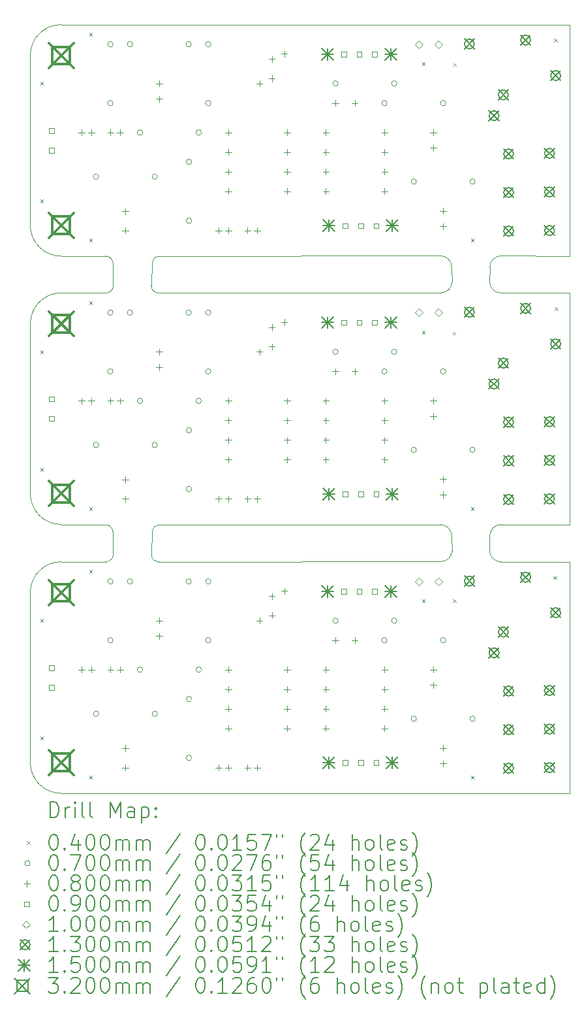
<source format=gbr>
%FSLAX45Y45*%
G04 Gerber Fmt 4.5, Leading zero omitted, Abs format (unit mm)*
G04 Created by KiCad (PCBNEW 6.0.0~rc2+dfsg1-1) date 2022-01-14 16:16:32*
%MOMM*%
%LPD*%
G01*
G04 APERTURE LIST*
%TA.AperFunction,Profile*%
%ADD10C,0.050000*%
%TD*%
%ADD11C,0.200000*%
%ADD12C,0.040000*%
%ADD13C,0.070000*%
%ADD14C,0.080000*%
%ADD15C,0.090000*%
%ADD16C,0.100000*%
%ADD17C,0.130000*%
%ADD18C,0.150000*%
%ADD19C,0.320000*%
G04 APERTURE END LIST*
D10*
X11392166Y-11717363D02*
G75*
G03*
X11534666Y-11582166I0J142697D01*
G01*
X7043741Y-11719636D02*
G75*
G03*
X7139666Y-11624666I3425J92470D01*
G01*
X6464000Y-11720000D02*
X7043741Y-11719636D01*
X7647144Y-11319666D02*
X7634610Y-11627166D01*
X12167166Y-11719666D02*
X13064000Y-11720000D01*
X11534666Y-11582166D02*
X11532374Y-11391791D01*
X7729643Y-11719666D02*
X11392166Y-11717363D01*
X6464000Y-11236951D02*
X7044666Y-11242166D01*
X11387466Y-11238510D02*
X7729643Y-11242015D01*
X11532374Y-11391791D02*
G75*
G03*
X11387466Y-11238510I-147408J5781D01*
G01*
X12177500Y-11237500D02*
G75*
G03*
X12025000Y-11390000I0J-152500D01*
G01*
X13064000Y-11236951D02*
X12177500Y-11237500D01*
X7729643Y-11242015D02*
G75*
G03*
X7647144Y-11319666I23J-82675D01*
G01*
X7132203Y-11327166D02*
G75*
G03*
X7044666Y-11242166I-85026J12D01*
G01*
X7634610Y-11627166D02*
G75*
G03*
X7729643Y-11719666I92534J0D01*
G01*
X12025000Y-11390000D02*
X12024666Y-11577166D01*
X7139666Y-11624666D02*
X7132203Y-11327166D01*
X12024666Y-11577166D02*
G75*
G03*
X12167166Y-11719666I142500J0D01*
G01*
X7647477Y-7837500D02*
X7634944Y-8145000D01*
X7140000Y-8142500D02*
X7132537Y-7845000D01*
X7729977Y-8237500D02*
X11392500Y-8235197D01*
X11387800Y-7756344D02*
X7729977Y-7759849D01*
X11535000Y-8100000D02*
X11532708Y-7909625D01*
X12167500Y-8237500D02*
X13064000Y-8236951D01*
X12025334Y-7907834D02*
X12025000Y-8095000D01*
X13064000Y-7760549D02*
X12177834Y-7755334D01*
X11532708Y-7909625D02*
G75*
G03*
X11387800Y-7756344I-147408J5781D01*
G01*
X11392500Y-8235197D02*
G75*
G03*
X11535000Y-8100000I0J142697D01*
G01*
X12177834Y-7755334D02*
G75*
G03*
X12025334Y-7907834I0J-152500D01*
G01*
X12025000Y-8095000D02*
G75*
G03*
X12167500Y-8237500I142500J0D01*
G01*
X7634944Y-8145000D02*
G75*
G03*
X7729977Y-8237500I92534J0D01*
G01*
X7729977Y-7759849D02*
G75*
G03*
X7647477Y-7837500I23J-82675D01*
G01*
X7044075Y-8237470D02*
G75*
G03*
X7140000Y-8142500I3425J92470D01*
G01*
X7132537Y-7845000D02*
G75*
G03*
X7045000Y-7760000I-85026J12D01*
G01*
X6464000Y-8236951D02*
X7044075Y-8237470D01*
X6464000Y-7760549D02*
X7045000Y-7760000D01*
X6064000Y-7360549D02*
G75*
G03*
X6464000Y-7760549I400000J0D01*
G01*
X13064000Y-4760549D02*
X13064000Y-7760549D01*
X6464000Y-4760549D02*
G75*
G03*
X6064000Y-5160549I0J-400000D01*
G01*
X6064000Y-7360549D02*
X6064000Y-5160549D01*
X6464000Y-4760549D02*
X13064000Y-4760549D01*
X13064000Y-8236951D02*
X13064000Y-11236951D01*
X6064000Y-10836951D02*
G75*
G03*
X6464000Y-11236951I400000J0D01*
G01*
X6464000Y-8236951D02*
G75*
G03*
X6064000Y-8636951I0J-400000D01*
G01*
X6064000Y-10836951D02*
X6064000Y-8636951D01*
X6064000Y-14320000D02*
X6064000Y-12120000D01*
X6464000Y-11720000D02*
G75*
G03*
X6064000Y-12120000I0J-400000D01*
G01*
X6464000Y-14720000D02*
X13064000Y-14720000D01*
X6064000Y-14320000D02*
G75*
G03*
X6464000Y-14720000I400000J0D01*
G01*
X13064000Y-11720000D02*
X13064000Y-14720000D01*
D11*
D12*
X6194000Y-5503549D02*
X6234000Y-5543549D01*
X6234000Y-5503549D02*
X6194000Y-5543549D01*
X6194000Y-7027549D02*
X6234000Y-7067549D01*
X6234000Y-7027549D02*
X6194000Y-7067549D01*
X6194000Y-8979951D02*
X6234000Y-9019951D01*
X6234000Y-8979951D02*
X6194000Y-9019951D01*
X6194000Y-10503951D02*
X6234000Y-10543951D01*
X6234000Y-10503951D02*
X6194000Y-10543951D01*
X6194000Y-12463000D02*
X6234000Y-12503000D01*
X6234000Y-12463000D02*
X6194000Y-12503000D01*
X6194000Y-13987000D02*
X6234000Y-14027000D01*
X6234000Y-13987000D02*
X6194000Y-14027000D01*
X6829000Y-4868549D02*
X6869000Y-4908549D01*
X6869000Y-4868549D02*
X6829000Y-4908549D01*
X6829000Y-7535549D02*
X6869000Y-7575549D01*
X6869000Y-7535549D02*
X6829000Y-7575549D01*
X6829000Y-8344951D02*
X6869000Y-8384951D01*
X6869000Y-8344951D02*
X6829000Y-8384951D01*
X6829000Y-11011951D02*
X6869000Y-11051951D01*
X6869000Y-11011951D02*
X6829000Y-11051951D01*
X6829000Y-11828000D02*
X6869000Y-11868000D01*
X6869000Y-11828000D02*
X6829000Y-11868000D01*
X6829000Y-14495000D02*
X6869000Y-14535000D01*
X6869000Y-14495000D02*
X6829000Y-14535000D01*
X11147000Y-5249549D02*
X11187000Y-5289549D01*
X11187000Y-5249549D02*
X11147000Y-5289549D01*
X11147000Y-8725951D02*
X11187000Y-8765951D01*
X11187000Y-8725951D02*
X11147000Y-8765951D01*
X11147000Y-12209000D02*
X11187000Y-12249000D01*
X11187000Y-12209000D02*
X11147000Y-12249000D01*
X11545000Y-8740000D02*
X11585000Y-8780000D01*
X11585000Y-8740000D02*
X11545000Y-8780000D01*
X11550000Y-12210000D02*
X11590000Y-12250000D01*
X11590000Y-12210000D02*
X11550000Y-12250000D01*
X11552500Y-5260000D02*
X11592500Y-5300000D01*
X11592500Y-5260000D02*
X11552500Y-5300000D01*
X11782000Y-7535549D02*
X11822000Y-7575549D01*
X11822000Y-7535549D02*
X11782000Y-7575549D01*
X11782000Y-11011951D02*
X11822000Y-11051951D01*
X11822000Y-11011951D02*
X11782000Y-11051951D01*
X11782000Y-14495000D02*
X11822000Y-14535000D01*
X11822000Y-14495000D02*
X11782000Y-14535000D01*
X12855000Y-11907500D02*
X12895000Y-11947500D01*
X12895000Y-11907500D02*
X12855000Y-11947500D01*
X12860000Y-4940000D02*
X12900000Y-4980000D01*
X12900000Y-4940000D02*
X12860000Y-4980000D01*
X12867500Y-8425000D02*
X12907500Y-8465000D01*
X12907500Y-8425000D02*
X12867500Y-8465000D01*
D13*
X6951500Y-6730049D02*
G75*
G03*
X6951500Y-6730049I-35000J0D01*
G01*
X6951500Y-10206451D02*
G75*
G03*
X6951500Y-10206451I-35000J0D01*
G01*
X6951500Y-13689500D02*
G75*
G03*
X6951500Y-13689500I-35000J0D01*
G01*
X7138000Y-5015549D02*
G75*
G03*
X7138000Y-5015549I-35000J0D01*
G01*
X7138000Y-5777549D02*
G75*
G03*
X7138000Y-5777549I-35000J0D01*
G01*
X7138000Y-8491951D02*
G75*
G03*
X7138000Y-8491951I-35000J0D01*
G01*
X7138000Y-9253951D02*
G75*
G03*
X7138000Y-9253951I-35000J0D01*
G01*
X7138000Y-11975000D02*
G75*
G03*
X7138000Y-11975000I-35000J0D01*
G01*
X7138000Y-12737000D02*
G75*
G03*
X7138000Y-12737000I-35000J0D01*
G01*
X7392000Y-5015549D02*
G75*
G03*
X7392000Y-5015549I-35000J0D01*
G01*
X7392000Y-8491951D02*
G75*
G03*
X7392000Y-8491951I-35000J0D01*
G01*
X7392000Y-11975000D02*
G75*
G03*
X7392000Y-11975000I-35000J0D01*
G01*
X7523000Y-6158549D02*
G75*
G03*
X7523000Y-6158549I-35000J0D01*
G01*
X7523000Y-9634951D02*
G75*
G03*
X7523000Y-9634951I-35000J0D01*
G01*
X7523000Y-13118000D02*
G75*
G03*
X7523000Y-13118000I-35000J0D01*
G01*
X7713500Y-6730049D02*
G75*
G03*
X7713500Y-6730049I-35000J0D01*
G01*
X7713500Y-10206451D02*
G75*
G03*
X7713500Y-10206451I-35000J0D01*
G01*
X7713500Y-13689500D02*
G75*
G03*
X7713500Y-13689500I-35000J0D01*
G01*
X8154000Y-5015549D02*
G75*
G03*
X8154000Y-5015549I-35000J0D01*
G01*
X8154000Y-8491951D02*
G75*
G03*
X8154000Y-8491951I-35000J0D01*
G01*
X8154000Y-11975000D02*
G75*
G03*
X8154000Y-11975000I-35000J0D01*
G01*
X8158000Y-6539549D02*
G75*
G03*
X8158000Y-6539549I-35000J0D01*
G01*
X8158000Y-7301549D02*
G75*
G03*
X8158000Y-7301549I-35000J0D01*
G01*
X8158000Y-10015951D02*
G75*
G03*
X8158000Y-10015951I-35000J0D01*
G01*
X8158000Y-10777951D02*
G75*
G03*
X8158000Y-10777951I-35000J0D01*
G01*
X8158000Y-13499000D02*
G75*
G03*
X8158000Y-13499000I-35000J0D01*
G01*
X8158000Y-14261000D02*
G75*
G03*
X8158000Y-14261000I-35000J0D01*
G01*
X8285000Y-6158549D02*
G75*
G03*
X8285000Y-6158549I-35000J0D01*
G01*
X8285000Y-9634951D02*
G75*
G03*
X8285000Y-9634951I-35000J0D01*
G01*
X8285000Y-13118000D02*
G75*
G03*
X8285000Y-13118000I-35000J0D01*
G01*
X8408000Y-5015549D02*
G75*
G03*
X8408000Y-5015549I-35000J0D01*
G01*
X8408000Y-5777549D02*
G75*
G03*
X8408000Y-5777549I-35000J0D01*
G01*
X8408000Y-8491951D02*
G75*
G03*
X8408000Y-8491951I-35000J0D01*
G01*
X8408000Y-9253951D02*
G75*
G03*
X8408000Y-9253951I-35000J0D01*
G01*
X8408000Y-11975000D02*
G75*
G03*
X8408000Y-11975000I-35000J0D01*
G01*
X8408000Y-12737000D02*
G75*
G03*
X8408000Y-12737000I-35000J0D01*
G01*
X10059000Y-5523549D02*
G75*
G03*
X10059000Y-5523549I-35000J0D01*
G01*
X10059000Y-8999951D02*
G75*
G03*
X10059000Y-8999951I-35000J0D01*
G01*
X10059000Y-12483000D02*
G75*
G03*
X10059000Y-12483000I-35000J0D01*
G01*
X10694000Y-5777549D02*
G75*
G03*
X10694000Y-5777549I-35000J0D01*
G01*
X10694000Y-9253951D02*
G75*
G03*
X10694000Y-9253951I-35000J0D01*
G01*
X10694000Y-12737000D02*
G75*
G03*
X10694000Y-12737000I-35000J0D01*
G01*
X10821000Y-5523549D02*
G75*
G03*
X10821000Y-5523549I-35000J0D01*
G01*
X10821000Y-8999951D02*
G75*
G03*
X10821000Y-8999951I-35000J0D01*
G01*
X10821000Y-12483000D02*
G75*
G03*
X10821000Y-12483000I-35000J0D01*
G01*
X11075000Y-6793549D02*
G75*
G03*
X11075000Y-6793549I-35000J0D01*
G01*
X11075000Y-10269951D02*
G75*
G03*
X11075000Y-10269951I-35000J0D01*
G01*
X11075000Y-13753000D02*
G75*
G03*
X11075000Y-13753000I-35000J0D01*
G01*
X11456000Y-5777549D02*
G75*
G03*
X11456000Y-5777549I-35000J0D01*
G01*
X11456000Y-9253951D02*
G75*
G03*
X11456000Y-9253951I-35000J0D01*
G01*
X11456000Y-12737000D02*
G75*
G03*
X11456000Y-12737000I-35000J0D01*
G01*
X11837000Y-6793549D02*
G75*
G03*
X11837000Y-6793549I-35000J0D01*
G01*
X11837000Y-10269951D02*
G75*
G03*
X11837000Y-10269951I-35000J0D01*
G01*
X11837000Y-13753000D02*
G75*
G03*
X11837000Y-13753000I-35000J0D01*
G01*
D14*
X6730000Y-6118549D02*
X6730000Y-6198549D01*
X6690000Y-6158549D02*
X6770000Y-6158549D01*
X6730000Y-9594951D02*
X6730000Y-9674951D01*
X6690000Y-9634951D02*
X6770000Y-9634951D01*
X6730000Y-13078000D02*
X6730000Y-13158000D01*
X6690000Y-13118000D02*
X6770000Y-13118000D01*
X6855000Y-6118549D02*
X6855000Y-6198549D01*
X6815000Y-6158549D02*
X6895000Y-6158549D01*
X6855000Y-9594951D02*
X6855000Y-9674951D01*
X6815000Y-9634951D02*
X6895000Y-9634951D01*
X6855000Y-13078000D02*
X6855000Y-13158000D01*
X6815000Y-13118000D02*
X6895000Y-13118000D01*
X7105000Y-6118549D02*
X7105000Y-6198549D01*
X7065000Y-6158549D02*
X7145000Y-6158549D01*
X7105000Y-9594951D02*
X7105000Y-9674951D01*
X7065000Y-9634951D02*
X7145000Y-9634951D01*
X7105000Y-13078000D02*
X7105000Y-13158000D01*
X7065000Y-13118000D02*
X7145000Y-13118000D01*
X7230000Y-6118549D02*
X7230000Y-6198549D01*
X7190000Y-6158549D02*
X7270000Y-6158549D01*
X7230000Y-9594951D02*
X7230000Y-9674951D01*
X7190000Y-9634951D02*
X7270000Y-9634951D01*
X7230000Y-13078000D02*
X7230000Y-13158000D01*
X7190000Y-13118000D02*
X7270000Y-13118000D01*
X7297500Y-7138549D02*
X7297500Y-7218549D01*
X7257500Y-7178549D02*
X7337500Y-7178549D01*
X7297500Y-7388549D02*
X7297500Y-7468549D01*
X7257500Y-7428549D02*
X7337500Y-7428549D01*
X7297500Y-10614951D02*
X7297500Y-10694951D01*
X7257500Y-10654951D02*
X7337500Y-10654951D01*
X7297500Y-10864951D02*
X7297500Y-10944951D01*
X7257500Y-10904951D02*
X7337500Y-10904951D01*
X7297500Y-14098000D02*
X7297500Y-14178000D01*
X7257500Y-14138000D02*
X7337500Y-14138000D01*
X7297500Y-14348000D02*
X7297500Y-14428000D01*
X7257500Y-14388000D02*
X7337500Y-14388000D01*
X7738000Y-5483549D02*
X7738000Y-5563549D01*
X7698000Y-5523549D02*
X7778000Y-5523549D01*
X7738000Y-5683549D02*
X7738000Y-5763549D01*
X7698000Y-5723549D02*
X7778000Y-5723549D01*
X7738000Y-8959951D02*
X7738000Y-9039951D01*
X7698000Y-8999951D02*
X7778000Y-8999951D01*
X7738000Y-9159951D02*
X7738000Y-9239951D01*
X7698000Y-9199951D02*
X7778000Y-9199951D01*
X7738000Y-12443000D02*
X7738000Y-12523000D01*
X7698000Y-12483000D02*
X7778000Y-12483000D01*
X7738000Y-12643000D02*
X7738000Y-12723000D01*
X7698000Y-12683000D02*
X7778000Y-12683000D01*
X8508000Y-7388549D02*
X8508000Y-7468549D01*
X8468000Y-7428549D02*
X8548000Y-7428549D01*
X8508000Y-10864951D02*
X8508000Y-10944951D01*
X8468000Y-10904951D02*
X8548000Y-10904951D01*
X8508000Y-14348000D02*
X8508000Y-14428000D01*
X8468000Y-14388000D02*
X8548000Y-14388000D01*
X8632500Y-6117549D02*
X8632500Y-6197549D01*
X8592500Y-6157549D02*
X8672500Y-6157549D01*
X8632500Y-6371549D02*
X8632500Y-6451549D01*
X8592500Y-6411549D02*
X8672500Y-6411549D01*
X8632500Y-6625549D02*
X8632500Y-6705549D01*
X8592500Y-6665549D02*
X8672500Y-6665549D01*
X8632500Y-6879549D02*
X8632500Y-6959549D01*
X8592500Y-6919549D02*
X8672500Y-6919549D01*
X8632500Y-9593951D02*
X8632500Y-9673951D01*
X8592500Y-9633951D02*
X8672500Y-9633951D01*
X8632500Y-9847951D02*
X8632500Y-9927951D01*
X8592500Y-9887951D02*
X8672500Y-9887951D01*
X8632500Y-10101951D02*
X8632500Y-10181951D01*
X8592500Y-10141951D02*
X8672500Y-10141951D01*
X8632500Y-10355951D02*
X8632500Y-10435951D01*
X8592500Y-10395951D02*
X8672500Y-10395951D01*
X8632500Y-13077000D02*
X8632500Y-13157000D01*
X8592500Y-13117000D02*
X8672500Y-13117000D01*
X8632500Y-13331000D02*
X8632500Y-13411000D01*
X8592500Y-13371000D02*
X8672500Y-13371000D01*
X8632500Y-13585000D02*
X8632500Y-13665000D01*
X8592500Y-13625000D02*
X8672500Y-13625000D01*
X8632500Y-13839000D02*
X8632500Y-13919000D01*
X8592500Y-13879000D02*
X8672500Y-13879000D01*
X8633000Y-7388549D02*
X8633000Y-7468549D01*
X8593000Y-7428549D02*
X8673000Y-7428549D01*
X8633000Y-10864951D02*
X8633000Y-10944951D01*
X8593000Y-10904951D02*
X8673000Y-10904951D01*
X8633000Y-14348000D02*
X8633000Y-14428000D01*
X8593000Y-14388000D02*
X8673000Y-14388000D01*
X8883000Y-7388549D02*
X8883000Y-7468549D01*
X8843000Y-7428549D02*
X8923000Y-7428549D01*
X8883000Y-10864951D02*
X8883000Y-10944951D01*
X8843000Y-10904951D02*
X8923000Y-10904951D01*
X8883000Y-14348000D02*
X8883000Y-14428000D01*
X8843000Y-14388000D02*
X8923000Y-14388000D01*
X9008000Y-7388549D02*
X9008000Y-7468549D01*
X8968000Y-7428549D02*
X9048000Y-7428549D01*
X9008000Y-10864951D02*
X9008000Y-10944951D01*
X8968000Y-10904951D02*
X9048000Y-10904951D01*
X9008000Y-14348000D02*
X9008000Y-14428000D01*
X8968000Y-14388000D02*
X9048000Y-14388000D01*
X9038500Y-5483143D02*
X9038500Y-5563143D01*
X8998500Y-5523143D02*
X9078500Y-5523143D01*
X9038500Y-8959545D02*
X9038500Y-9039545D01*
X8998500Y-8999545D02*
X9078500Y-8999545D01*
X9038500Y-12442594D02*
X9038500Y-12522594D01*
X8998500Y-12482594D02*
X9078500Y-12482594D01*
X9198500Y-5166049D02*
X9198500Y-5246049D01*
X9158500Y-5206049D02*
X9238500Y-5206049D01*
X9198500Y-5416049D02*
X9198500Y-5496049D01*
X9158500Y-5456049D02*
X9238500Y-5456049D01*
X9198500Y-8642451D02*
X9198500Y-8722451D01*
X9158500Y-8682451D02*
X9238500Y-8682451D01*
X9198500Y-8892451D02*
X9198500Y-8972451D01*
X9158500Y-8932451D02*
X9238500Y-8932451D01*
X9198500Y-12125500D02*
X9198500Y-12205500D01*
X9158500Y-12165500D02*
X9238500Y-12165500D01*
X9198500Y-12375500D02*
X9198500Y-12455500D01*
X9158500Y-12415500D02*
X9238500Y-12415500D01*
X9358500Y-5098955D02*
X9358500Y-5178955D01*
X9318500Y-5138955D02*
X9398500Y-5138955D01*
X9358500Y-8575357D02*
X9358500Y-8655357D01*
X9318500Y-8615357D02*
X9398500Y-8615357D01*
X9358500Y-12058406D02*
X9358500Y-12138406D01*
X9318500Y-12098406D02*
X9398500Y-12098406D01*
X9394500Y-6117549D02*
X9394500Y-6197549D01*
X9354500Y-6157549D02*
X9434500Y-6157549D01*
X9394500Y-6371549D02*
X9394500Y-6451549D01*
X9354500Y-6411549D02*
X9434500Y-6411549D01*
X9394500Y-6625549D02*
X9394500Y-6705549D01*
X9354500Y-6665549D02*
X9434500Y-6665549D01*
X9394500Y-6879549D02*
X9394500Y-6959549D01*
X9354500Y-6919549D02*
X9434500Y-6919549D01*
X9394500Y-9593951D02*
X9394500Y-9673951D01*
X9354500Y-9633951D02*
X9434500Y-9633951D01*
X9394500Y-9847951D02*
X9394500Y-9927951D01*
X9354500Y-9887951D02*
X9434500Y-9887951D01*
X9394500Y-10101951D02*
X9394500Y-10181951D01*
X9354500Y-10141951D02*
X9434500Y-10141951D01*
X9394500Y-10355951D02*
X9394500Y-10435951D01*
X9354500Y-10395951D02*
X9434500Y-10395951D01*
X9394500Y-13077000D02*
X9394500Y-13157000D01*
X9354500Y-13117000D02*
X9434500Y-13117000D01*
X9394500Y-13331000D02*
X9394500Y-13411000D01*
X9354500Y-13371000D02*
X9434500Y-13371000D01*
X9394500Y-13585000D02*
X9394500Y-13665000D01*
X9354500Y-13625000D02*
X9434500Y-13625000D01*
X9394500Y-13839000D02*
X9394500Y-13919000D01*
X9354500Y-13879000D02*
X9434500Y-13879000D01*
X9898500Y-6117549D02*
X9898500Y-6197549D01*
X9858500Y-6157549D02*
X9938500Y-6157549D01*
X9898500Y-6371549D02*
X9898500Y-6451549D01*
X9858500Y-6411549D02*
X9938500Y-6411549D01*
X9898500Y-6625549D02*
X9898500Y-6705549D01*
X9858500Y-6665549D02*
X9938500Y-6665549D01*
X9898500Y-6879549D02*
X9898500Y-6959549D01*
X9858500Y-6919549D02*
X9938500Y-6919549D01*
X9898500Y-9593951D02*
X9898500Y-9673951D01*
X9858500Y-9633951D02*
X9938500Y-9633951D01*
X9898500Y-9847951D02*
X9898500Y-9927951D01*
X9858500Y-9887951D02*
X9938500Y-9887951D01*
X9898500Y-10101951D02*
X9898500Y-10181951D01*
X9858500Y-10141951D02*
X9938500Y-10141951D01*
X9898500Y-10355951D02*
X9898500Y-10435951D01*
X9858500Y-10395951D02*
X9938500Y-10395951D01*
X9898500Y-13077000D02*
X9898500Y-13157000D01*
X9858500Y-13117000D02*
X9938500Y-13117000D01*
X9898500Y-13331000D02*
X9898500Y-13411000D01*
X9858500Y-13371000D02*
X9938500Y-13371000D01*
X9898500Y-13585000D02*
X9898500Y-13665000D01*
X9858500Y-13625000D02*
X9938500Y-13625000D01*
X9898500Y-13839000D02*
X9898500Y-13919000D01*
X9858500Y-13879000D02*
X9938500Y-13879000D01*
X10024000Y-5737549D02*
X10024000Y-5817549D01*
X9984000Y-5777549D02*
X10064000Y-5777549D01*
X10024000Y-9213951D02*
X10024000Y-9293951D01*
X9984000Y-9253951D02*
X10064000Y-9253951D01*
X10024000Y-12697000D02*
X10024000Y-12777000D01*
X9984000Y-12737000D02*
X10064000Y-12737000D01*
X10274000Y-5737549D02*
X10274000Y-5817549D01*
X10234000Y-5777549D02*
X10314000Y-5777549D01*
X10274000Y-9213951D02*
X10274000Y-9293951D01*
X10234000Y-9253951D02*
X10314000Y-9253951D01*
X10274000Y-12697000D02*
X10274000Y-12777000D01*
X10234000Y-12737000D02*
X10314000Y-12737000D01*
X10660500Y-6117549D02*
X10660500Y-6197549D01*
X10620500Y-6157549D02*
X10700500Y-6157549D01*
X10660500Y-6371549D02*
X10660500Y-6451549D01*
X10620500Y-6411549D02*
X10700500Y-6411549D01*
X10660500Y-6625549D02*
X10660500Y-6705549D01*
X10620500Y-6665549D02*
X10700500Y-6665549D01*
X10660500Y-6879549D02*
X10660500Y-6959549D01*
X10620500Y-6919549D02*
X10700500Y-6919549D01*
X10660500Y-9593951D02*
X10660500Y-9673951D01*
X10620500Y-9633951D02*
X10700500Y-9633951D01*
X10660500Y-9847951D02*
X10660500Y-9927951D01*
X10620500Y-9887951D02*
X10700500Y-9887951D01*
X10660500Y-10101951D02*
X10660500Y-10181951D01*
X10620500Y-10141951D02*
X10700500Y-10141951D01*
X10660500Y-10355951D02*
X10660500Y-10435951D01*
X10620500Y-10395951D02*
X10700500Y-10395951D01*
X10660500Y-13077000D02*
X10660500Y-13157000D01*
X10620500Y-13117000D02*
X10700500Y-13117000D01*
X10660500Y-13331000D02*
X10660500Y-13411000D01*
X10620500Y-13371000D02*
X10700500Y-13371000D01*
X10660500Y-13585000D02*
X10660500Y-13665000D01*
X10620500Y-13625000D02*
X10700500Y-13625000D01*
X10660500Y-13839000D02*
X10660500Y-13919000D01*
X10620500Y-13879000D02*
X10700500Y-13879000D01*
X11294000Y-6118549D02*
X11294000Y-6198549D01*
X11254000Y-6158549D02*
X11334000Y-6158549D01*
X11294000Y-6318549D02*
X11294000Y-6398549D01*
X11254000Y-6358549D02*
X11334000Y-6358549D01*
X11294000Y-9594951D02*
X11294000Y-9674951D01*
X11254000Y-9634951D02*
X11334000Y-9634951D01*
X11294000Y-9794951D02*
X11294000Y-9874951D01*
X11254000Y-9834951D02*
X11334000Y-9834951D01*
X11294000Y-13078000D02*
X11294000Y-13158000D01*
X11254000Y-13118000D02*
X11334000Y-13118000D01*
X11294000Y-13278000D02*
X11294000Y-13358000D01*
X11254000Y-13318000D02*
X11334000Y-13318000D01*
X11421000Y-7134549D02*
X11421000Y-7214549D01*
X11381000Y-7174549D02*
X11461000Y-7174549D01*
X11421000Y-7334549D02*
X11421000Y-7414549D01*
X11381000Y-7374549D02*
X11461000Y-7374549D01*
X11421000Y-10610951D02*
X11421000Y-10690951D01*
X11381000Y-10650951D02*
X11461000Y-10650951D01*
X11421000Y-10810951D02*
X11421000Y-10890951D01*
X11381000Y-10850951D02*
X11461000Y-10850951D01*
X11421000Y-14094000D02*
X11421000Y-14174000D01*
X11381000Y-14134000D02*
X11461000Y-14134000D01*
X11421000Y-14294000D02*
X11421000Y-14374000D01*
X11381000Y-14334000D02*
X11461000Y-14334000D01*
D15*
X6372820Y-6167369D02*
X6372820Y-6103729D01*
X6309180Y-6103729D01*
X6309180Y-6167369D01*
X6372820Y-6167369D01*
X6372820Y-6421369D02*
X6372820Y-6357729D01*
X6309180Y-6357729D01*
X6309180Y-6421369D01*
X6372820Y-6421369D01*
X6372820Y-9643771D02*
X6372820Y-9580131D01*
X6309180Y-9580131D01*
X6309180Y-9643771D01*
X6372820Y-9643771D01*
X6372820Y-9897771D02*
X6372820Y-9834131D01*
X6309180Y-9834131D01*
X6309180Y-9897771D01*
X6372820Y-9897771D01*
X6372820Y-13126820D02*
X6372820Y-13063180D01*
X6309180Y-13063180D01*
X6309180Y-13126820D01*
X6372820Y-13126820D01*
X6372820Y-13380820D02*
X6372820Y-13317180D01*
X6309180Y-13317180D01*
X6309180Y-13380820D01*
X6372820Y-13380820D01*
X10163820Y-5174369D02*
X10163820Y-5110729D01*
X10100180Y-5110729D01*
X10100180Y-5174369D01*
X10163820Y-5174369D01*
X10163820Y-8650771D02*
X10163820Y-8587131D01*
X10100180Y-8587131D01*
X10100180Y-8650771D01*
X10163820Y-8650771D01*
X10163820Y-12133820D02*
X10163820Y-12070180D01*
X10100180Y-12070180D01*
X10100180Y-12133820D01*
X10163820Y-12133820D01*
X10182820Y-7396869D02*
X10182820Y-7333229D01*
X10119180Y-7333229D01*
X10119180Y-7396869D01*
X10182820Y-7396869D01*
X10182820Y-10873271D02*
X10182820Y-10809631D01*
X10119180Y-10809631D01*
X10119180Y-10873271D01*
X10182820Y-10873271D01*
X10182820Y-14356320D02*
X10182820Y-14292680D01*
X10119180Y-14292680D01*
X10119180Y-14356320D01*
X10182820Y-14356320D01*
X10363820Y-5174369D02*
X10363820Y-5110729D01*
X10300180Y-5110729D01*
X10300180Y-5174369D01*
X10363820Y-5174369D01*
X10363820Y-8650771D02*
X10363820Y-8587131D01*
X10300180Y-8587131D01*
X10300180Y-8650771D01*
X10363820Y-8650771D01*
X10363820Y-12133820D02*
X10363820Y-12070180D01*
X10300180Y-12070180D01*
X10300180Y-12133820D01*
X10363820Y-12133820D01*
X10382820Y-7396869D02*
X10382820Y-7333229D01*
X10319180Y-7333229D01*
X10319180Y-7396869D01*
X10382820Y-7396869D01*
X10382820Y-10873271D02*
X10382820Y-10809631D01*
X10319180Y-10809631D01*
X10319180Y-10873271D01*
X10382820Y-10873271D01*
X10382820Y-14356320D02*
X10382820Y-14292680D01*
X10319180Y-14292680D01*
X10319180Y-14356320D01*
X10382820Y-14356320D01*
X10563820Y-5174369D02*
X10563820Y-5110729D01*
X10500180Y-5110729D01*
X10500180Y-5174369D01*
X10563820Y-5174369D01*
X10563820Y-8650771D02*
X10563820Y-8587131D01*
X10500180Y-8587131D01*
X10500180Y-8650771D01*
X10563820Y-8650771D01*
X10563820Y-12133820D02*
X10563820Y-12070180D01*
X10500180Y-12070180D01*
X10500180Y-12133820D01*
X10563820Y-12133820D01*
X10582820Y-7396869D02*
X10582820Y-7333229D01*
X10519180Y-7333229D01*
X10519180Y-7396869D01*
X10582820Y-7396869D01*
X10582820Y-10873271D02*
X10582820Y-10809631D01*
X10519180Y-10809631D01*
X10519180Y-10873271D01*
X10582820Y-10873271D01*
X10582820Y-14356320D02*
X10582820Y-14292680D01*
X10519180Y-14292680D01*
X10519180Y-14356320D01*
X10582820Y-14356320D01*
D16*
X11103500Y-5065549D02*
X11153500Y-5015549D01*
X11103500Y-4965549D01*
X11053500Y-5015549D01*
X11103500Y-5065549D01*
X11103500Y-8541951D02*
X11153500Y-8491951D01*
X11103500Y-8441951D01*
X11053500Y-8491951D01*
X11103500Y-8541951D01*
X11103500Y-12025000D02*
X11153500Y-11975000D01*
X11103500Y-11925000D01*
X11053500Y-11975000D01*
X11103500Y-12025000D01*
X11357500Y-5065549D02*
X11407500Y-5015549D01*
X11357500Y-4965549D01*
X11307500Y-5015549D01*
X11357500Y-5065549D01*
X11357500Y-8541951D02*
X11407500Y-8491951D01*
X11357500Y-8441951D01*
X11307500Y-8491951D01*
X11357500Y-8541951D01*
X11357500Y-12025000D02*
X11407500Y-11975000D01*
X11357500Y-11925000D01*
X11307500Y-11975000D01*
X11357500Y-12025000D01*
D17*
X11696500Y-4945549D02*
X11826500Y-5075549D01*
X11826500Y-4945549D02*
X11696500Y-5075549D01*
X11826500Y-5010549D02*
G75*
G03*
X11826500Y-5010549I-65000J0D01*
G01*
X11696500Y-8421951D02*
X11826500Y-8551951D01*
X11826500Y-8421951D02*
X11696500Y-8551951D01*
X11826500Y-8486951D02*
G75*
G03*
X11826500Y-8486951I-65000J0D01*
G01*
X11696500Y-11905000D02*
X11826500Y-12035000D01*
X11826500Y-11905000D02*
X11696500Y-12035000D01*
X11826500Y-11970000D02*
G75*
G03*
X11826500Y-11970000I-65000J0D01*
G01*
X12016500Y-5875549D02*
X12146500Y-6005549D01*
X12146500Y-5875549D02*
X12016500Y-6005549D01*
X12146500Y-5940549D02*
G75*
G03*
X12146500Y-5940549I-65000J0D01*
G01*
X12016500Y-9351951D02*
X12146500Y-9481951D01*
X12146500Y-9351951D02*
X12016500Y-9481951D01*
X12146500Y-9416951D02*
G75*
G03*
X12146500Y-9416951I-65000J0D01*
G01*
X12016500Y-12835000D02*
X12146500Y-12965000D01*
X12146500Y-12835000D02*
X12016500Y-12965000D01*
X12146500Y-12900000D02*
G75*
G03*
X12146500Y-12900000I-65000J0D01*
G01*
X12136500Y-5605549D02*
X12266500Y-5735549D01*
X12266500Y-5605549D02*
X12136500Y-5735549D01*
X12266500Y-5670549D02*
G75*
G03*
X12266500Y-5670549I-65000J0D01*
G01*
X12136500Y-9081951D02*
X12266500Y-9211951D01*
X12266500Y-9081951D02*
X12136500Y-9211951D01*
X12266500Y-9146951D02*
G75*
G03*
X12266500Y-9146951I-65000J0D01*
G01*
X12136500Y-12565000D02*
X12266500Y-12695000D01*
X12266500Y-12565000D02*
X12136500Y-12695000D01*
X12266500Y-12630000D02*
G75*
G03*
X12266500Y-12630000I-65000J0D01*
G01*
X12205500Y-6370549D02*
X12335500Y-6500549D01*
X12335500Y-6370549D02*
X12205500Y-6500549D01*
X12335500Y-6435549D02*
G75*
G03*
X12335500Y-6435549I-65000J0D01*
G01*
X12205500Y-6870549D02*
X12335500Y-7000549D01*
X12335500Y-6870549D02*
X12205500Y-7000549D01*
X12335500Y-6935549D02*
G75*
G03*
X12335500Y-6935549I-65000J0D01*
G01*
X12205500Y-7370549D02*
X12335500Y-7500549D01*
X12335500Y-7370549D02*
X12205500Y-7500549D01*
X12335500Y-7435549D02*
G75*
G03*
X12335500Y-7435549I-65000J0D01*
G01*
X12205500Y-9846951D02*
X12335500Y-9976951D01*
X12335500Y-9846951D02*
X12205500Y-9976951D01*
X12335500Y-9911951D02*
G75*
G03*
X12335500Y-9911951I-65000J0D01*
G01*
X12205500Y-10346951D02*
X12335500Y-10476951D01*
X12335500Y-10346951D02*
X12205500Y-10476951D01*
X12335500Y-10411951D02*
G75*
G03*
X12335500Y-10411951I-65000J0D01*
G01*
X12205500Y-10846951D02*
X12335500Y-10976951D01*
X12335500Y-10846951D02*
X12205500Y-10976951D01*
X12335500Y-10911951D02*
G75*
G03*
X12335500Y-10911951I-65000J0D01*
G01*
X12205500Y-13330000D02*
X12335500Y-13460000D01*
X12335500Y-13330000D02*
X12205500Y-13460000D01*
X12335500Y-13395000D02*
G75*
G03*
X12335500Y-13395000I-65000J0D01*
G01*
X12205500Y-13830000D02*
X12335500Y-13960000D01*
X12335500Y-13830000D02*
X12205500Y-13960000D01*
X12335500Y-13895000D02*
G75*
G03*
X12335500Y-13895000I-65000J0D01*
G01*
X12205500Y-14330000D02*
X12335500Y-14460000D01*
X12335500Y-14330000D02*
X12205500Y-14460000D01*
X12335500Y-14395000D02*
G75*
G03*
X12335500Y-14395000I-65000J0D01*
G01*
X12426500Y-4895549D02*
X12556500Y-5025549D01*
X12556500Y-4895549D02*
X12426500Y-5025549D01*
X12556500Y-4960549D02*
G75*
G03*
X12556500Y-4960549I-65000J0D01*
G01*
X12426500Y-8371951D02*
X12556500Y-8501951D01*
X12556500Y-8371951D02*
X12426500Y-8501951D01*
X12556500Y-8436951D02*
G75*
G03*
X12556500Y-8436951I-65000J0D01*
G01*
X12426500Y-11855000D02*
X12556500Y-11985000D01*
X12556500Y-11855000D02*
X12426500Y-11985000D01*
X12556500Y-11920000D02*
G75*
G03*
X12556500Y-11920000I-65000J0D01*
G01*
X12736000Y-6363549D02*
X12866000Y-6493549D01*
X12866000Y-6363549D02*
X12736000Y-6493549D01*
X12866000Y-6428549D02*
G75*
G03*
X12866000Y-6428549I-65000J0D01*
G01*
X12736000Y-6863549D02*
X12866000Y-6993549D01*
X12866000Y-6863549D02*
X12736000Y-6993549D01*
X12866000Y-6928549D02*
G75*
G03*
X12866000Y-6928549I-65000J0D01*
G01*
X12736000Y-7363549D02*
X12866000Y-7493549D01*
X12866000Y-7363549D02*
X12736000Y-7493549D01*
X12866000Y-7428549D02*
G75*
G03*
X12866000Y-7428549I-65000J0D01*
G01*
X12736000Y-9839951D02*
X12866000Y-9969951D01*
X12866000Y-9839951D02*
X12736000Y-9969951D01*
X12866000Y-9904951D02*
G75*
G03*
X12866000Y-9904951I-65000J0D01*
G01*
X12736000Y-10339951D02*
X12866000Y-10469951D01*
X12866000Y-10339951D02*
X12736000Y-10469951D01*
X12866000Y-10404951D02*
G75*
G03*
X12866000Y-10404951I-65000J0D01*
G01*
X12736000Y-10839951D02*
X12866000Y-10969951D01*
X12866000Y-10839951D02*
X12736000Y-10969951D01*
X12866000Y-10904951D02*
G75*
G03*
X12866000Y-10904951I-65000J0D01*
G01*
X12736000Y-13323000D02*
X12866000Y-13453000D01*
X12866000Y-13323000D02*
X12736000Y-13453000D01*
X12866000Y-13388000D02*
G75*
G03*
X12866000Y-13388000I-65000J0D01*
G01*
X12736000Y-13823000D02*
X12866000Y-13953000D01*
X12866000Y-13823000D02*
X12736000Y-13953000D01*
X12866000Y-13888000D02*
G75*
G03*
X12866000Y-13888000I-65000J0D01*
G01*
X12736000Y-14323000D02*
X12866000Y-14453000D01*
X12866000Y-14323000D02*
X12736000Y-14453000D01*
X12866000Y-14388000D02*
G75*
G03*
X12866000Y-14388000I-65000J0D01*
G01*
X12816500Y-5355549D02*
X12946500Y-5485549D01*
X12946500Y-5355549D02*
X12816500Y-5485549D01*
X12946500Y-5420549D02*
G75*
G03*
X12946500Y-5420549I-65000J0D01*
G01*
X12816500Y-8831951D02*
X12946500Y-8961951D01*
X12946500Y-8831951D02*
X12816500Y-8961951D01*
X12946500Y-8896951D02*
G75*
G03*
X12946500Y-8896951I-65000J0D01*
G01*
X12816500Y-12315000D02*
X12946500Y-12445000D01*
X12946500Y-12315000D02*
X12816500Y-12445000D01*
X12946500Y-12380000D02*
G75*
G03*
X12946500Y-12380000I-65000J0D01*
G01*
D18*
X9847000Y-5067549D02*
X9997000Y-5217549D01*
X9997000Y-5067549D02*
X9847000Y-5217549D01*
X9922000Y-5067549D02*
X9922000Y-5217549D01*
X9847000Y-5142549D02*
X9997000Y-5142549D01*
X9847000Y-8543951D02*
X9997000Y-8693951D01*
X9997000Y-8543951D02*
X9847000Y-8693951D01*
X9922000Y-8543951D02*
X9922000Y-8693951D01*
X9847000Y-8618951D02*
X9997000Y-8618951D01*
X9847000Y-12027000D02*
X9997000Y-12177000D01*
X9997000Y-12027000D02*
X9847000Y-12177000D01*
X9922000Y-12027000D02*
X9922000Y-12177000D01*
X9847000Y-12102000D02*
X9997000Y-12102000D01*
X9866000Y-7290049D02*
X10016000Y-7440049D01*
X10016000Y-7290049D02*
X9866000Y-7440049D01*
X9941000Y-7290049D02*
X9941000Y-7440049D01*
X9866000Y-7365049D02*
X10016000Y-7365049D01*
X9866000Y-10766451D02*
X10016000Y-10916451D01*
X10016000Y-10766451D02*
X9866000Y-10916451D01*
X9941000Y-10766451D02*
X9941000Y-10916451D01*
X9866000Y-10841451D02*
X10016000Y-10841451D01*
X9866000Y-14249500D02*
X10016000Y-14399500D01*
X10016000Y-14249500D02*
X9866000Y-14399500D01*
X9941000Y-14249500D02*
X9941000Y-14399500D01*
X9866000Y-14324500D02*
X10016000Y-14324500D01*
X10667000Y-5067549D02*
X10817000Y-5217549D01*
X10817000Y-5067549D02*
X10667000Y-5217549D01*
X10742000Y-5067549D02*
X10742000Y-5217549D01*
X10667000Y-5142549D02*
X10817000Y-5142549D01*
X10667000Y-8543951D02*
X10817000Y-8693951D01*
X10817000Y-8543951D02*
X10667000Y-8693951D01*
X10742000Y-8543951D02*
X10742000Y-8693951D01*
X10667000Y-8618951D02*
X10817000Y-8618951D01*
X10667000Y-12027000D02*
X10817000Y-12177000D01*
X10817000Y-12027000D02*
X10667000Y-12177000D01*
X10742000Y-12027000D02*
X10742000Y-12177000D01*
X10667000Y-12102000D02*
X10817000Y-12102000D01*
X10686000Y-7290049D02*
X10836000Y-7440049D01*
X10836000Y-7290049D02*
X10686000Y-7440049D01*
X10761000Y-7290049D02*
X10761000Y-7440049D01*
X10686000Y-7365049D02*
X10836000Y-7365049D01*
X10686000Y-10766451D02*
X10836000Y-10916451D01*
X10836000Y-10766451D02*
X10686000Y-10916451D01*
X10761000Y-10766451D02*
X10761000Y-10916451D01*
X10686000Y-10841451D02*
X10836000Y-10841451D01*
X10686000Y-14249500D02*
X10836000Y-14399500D01*
X10836000Y-14249500D02*
X10686000Y-14399500D01*
X10761000Y-14249500D02*
X10761000Y-14399500D01*
X10686000Y-14324500D02*
X10836000Y-14324500D01*
D19*
X6304000Y-5000549D02*
X6624000Y-5320549D01*
X6624000Y-5000549D02*
X6304000Y-5320549D01*
X6577138Y-5273687D02*
X6577138Y-5047411D01*
X6350862Y-5047411D01*
X6350862Y-5273687D01*
X6577138Y-5273687D01*
X6304000Y-7200549D02*
X6624000Y-7520549D01*
X6624000Y-7200549D02*
X6304000Y-7520549D01*
X6577138Y-7473687D02*
X6577138Y-7247411D01*
X6350862Y-7247411D01*
X6350862Y-7473687D01*
X6577138Y-7473687D01*
X6304000Y-8476951D02*
X6624000Y-8796951D01*
X6624000Y-8476951D02*
X6304000Y-8796951D01*
X6577138Y-8750089D02*
X6577138Y-8523813D01*
X6350862Y-8523813D01*
X6350862Y-8750089D01*
X6577138Y-8750089D01*
X6304000Y-10676951D02*
X6624000Y-10996951D01*
X6624000Y-10676951D02*
X6304000Y-10996951D01*
X6577138Y-10950089D02*
X6577138Y-10723813D01*
X6350862Y-10723813D01*
X6350862Y-10950089D01*
X6577138Y-10950089D01*
X6304000Y-11960000D02*
X6624000Y-12280000D01*
X6624000Y-11960000D02*
X6304000Y-12280000D01*
X6577138Y-12233138D02*
X6577138Y-12006862D01*
X6350862Y-12006862D01*
X6350862Y-12233138D01*
X6577138Y-12233138D01*
X6304000Y-14160000D02*
X6624000Y-14480000D01*
X6624000Y-14160000D02*
X6304000Y-14480000D01*
X6577138Y-14433138D02*
X6577138Y-14206862D01*
X6350862Y-14206862D01*
X6350862Y-14433138D01*
X6577138Y-14433138D01*
D11*
X6319119Y-15032976D02*
X6319119Y-14832976D01*
X6366738Y-14832976D01*
X6395309Y-14842500D01*
X6414357Y-14861548D01*
X6423881Y-14880595D01*
X6433405Y-14918690D01*
X6433405Y-14947262D01*
X6423881Y-14985357D01*
X6414357Y-15004405D01*
X6395309Y-15023452D01*
X6366738Y-15032976D01*
X6319119Y-15032976D01*
X6519119Y-15032976D02*
X6519119Y-14899643D01*
X6519119Y-14937738D02*
X6528643Y-14918690D01*
X6538167Y-14909167D01*
X6557214Y-14899643D01*
X6576262Y-14899643D01*
X6642928Y-15032976D02*
X6642928Y-14899643D01*
X6642928Y-14832976D02*
X6633405Y-14842500D01*
X6642928Y-14852024D01*
X6652452Y-14842500D01*
X6642928Y-14832976D01*
X6642928Y-14852024D01*
X6766738Y-15032976D02*
X6747690Y-15023452D01*
X6738167Y-15004405D01*
X6738167Y-14832976D01*
X6871500Y-15032976D02*
X6852452Y-15023452D01*
X6842928Y-15004405D01*
X6842928Y-14832976D01*
X7100071Y-15032976D02*
X7100071Y-14832976D01*
X7166738Y-14975833D01*
X7233405Y-14832976D01*
X7233405Y-15032976D01*
X7414357Y-15032976D02*
X7414357Y-14928214D01*
X7404833Y-14909167D01*
X7385786Y-14899643D01*
X7347690Y-14899643D01*
X7328643Y-14909167D01*
X7414357Y-15023452D02*
X7395309Y-15032976D01*
X7347690Y-15032976D01*
X7328643Y-15023452D01*
X7319119Y-15004405D01*
X7319119Y-14985357D01*
X7328643Y-14966309D01*
X7347690Y-14956786D01*
X7395309Y-14956786D01*
X7414357Y-14947262D01*
X7509595Y-14899643D02*
X7509595Y-15099643D01*
X7509595Y-14909167D02*
X7528643Y-14899643D01*
X7566738Y-14899643D01*
X7585786Y-14909167D01*
X7595309Y-14918690D01*
X7604833Y-14937738D01*
X7604833Y-14994881D01*
X7595309Y-15013928D01*
X7585786Y-15023452D01*
X7566738Y-15032976D01*
X7528643Y-15032976D01*
X7509595Y-15023452D01*
X7690548Y-15013928D02*
X7700071Y-15023452D01*
X7690548Y-15032976D01*
X7681024Y-15023452D01*
X7690548Y-15013928D01*
X7690548Y-15032976D01*
X7690548Y-14909167D02*
X7700071Y-14918690D01*
X7690548Y-14928214D01*
X7681024Y-14918690D01*
X7690548Y-14909167D01*
X7690548Y-14928214D01*
D12*
X6021500Y-15342500D02*
X6061500Y-15382500D01*
X6061500Y-15342500D02*
X6021500Y-15382500D01*
D11*
X6357214Y-15252976D02*
X6376262Y-15252976D01*
X6395309Y-15262500D01*
X6404833Y-15272024D01*
X6414357Y-15291071D01*
X6423881Y-15329167D01*
X6423881Y-15376786D01*
X6414357Y-15414881D01*
X6404833Y-15433928D01*
X6395309Y-15443452D01*
X6376262Y-15452976D01*
X6357214Y-15452976D01*
X6338167Y-15443452D01*
X6328643Y-15433928D01*
X6319119Y-15414881D01*
X6309595Y-15376786D01*
X6309595Y-15329167D01*
X6319119Y-15291071D01*
X6328643Y-15272024D01*
X6338167Y-15262500D01*
X6357214Y-15252976D01*
X6509595Y-15433928D02*
X6519119Y-15443452D01*
X6509595Y-15452976D01*
X6500071Y-15443452D01*
X6509595Y-15433928D01*
X6509595Y-15452976D01*
X6690548Y-15319643D02*
X6690548Y-15452976D01*
X6642928Y-15243452D02*
X6595309Y-15386309D01*
X6719119Y-15386309D01*
X6833405Y-15252976D02*
X6852452Y-15252976D01*
X6871500Y-15262500D01*
X6881024Y-15272024D01*
X6890548Y-15291071D01*
X6900071Y-15329167D01*
X6900071Y-15376786D01*
X6890548Y-15414881D01*
X6881024Y-15433928D01*
X6871500Y-15443452D01*
X6852452Y-15452976D01*
X6833405Y-15452976D01*
X6814357Y-15443452D01*
X6804833Y-15433928D01*
X6795309Y-15414881D01*
X6785786Y-15376786D01*
X6785786Y-15329167D01*
X6795309Y-15291071D01*
X6804833Y-15272024D01*
X6814357Y-15262500D01*
X6833405Y-15252976D01*
X7023881Y-15252976D02*
X7042928Y-15252976D01*
X7061976Y-15262500D01*
X7071500Y-15272024D01*
X7081024Y-15291071D01*
X7090548Y-15329167D01*
X7090548Y-15376786D01*
X7081024Y-15414881D01*
X7071500Y-15433928D01*
X7061976Y-15443452D01*
X7042928Y-15452976D01*
X7023881Y-15452976D01*
X7004833Y-15443452D01*
X6995309Y-15433928D01*
X6985786Y-15414881D01*
X6976262Y-15376786D01*
X6976262Y-15329167D01*
X6985786Y-15291071D01*
X6995309Y-15272024D01*
X7004833Y-15262500D01*
X7023881Y-15252976D01*
X7176262Y-15452976D02*
X7176262Y-15319643D01*
X7176262Y-15338690D02*
X7185786Y-15329167D01*
X7204833Y-15319643D01*
X7233405Y-15319643D01*
X7252452Y-15329167D01*
X7261976Y-15348214D01*
X7261976Y-15452976D01*
X7261976Y-15348214D02*
X7271500Y-15329167D01*
X7290548Y-15319643D01*
X7319119Y-15319643D01*
X7338167Y-15329167D01*
X7347690Y-15348214D01*
X7347690Y-15452976D01*
X7442928Y-15452976D02*
X7442928Y-15319643D01*
X7442928Y-15338690D02*
X7452452Y-15329167D01*
X7471500Y-15319643D01*
X7500071Y-15319643D01*
X7519119Y-15329167D01*
X7528643Y-15348214D01*
X7528643Y-15452976D01*
X7528643Y-15348214D02*
X7538167Y-15329167D01*
X7557214Y-15319643D01*
X7585786Y-15319643D01*
X7604833Y-15329167D01*
X7614357Y-15348214D01*
X7614357Y-15452976D01*
X8004833Y-15243452D02*
X7833405Y-15500595D01*
X8261976Y-15252976D02*
X8281024Y-15252976D01*
X8300071Y-15262500D01*
X8309595Y-15272024D01*
X8319119Y-15291071D01*
X8328643Y-15329167D01*
X8328643Y-15376786D01*
X8319119Y-15414881D01*
X8309595Y-15433928D01*
X8300071Y-15443452D01*
X8281024Y-15452976D01*
X8261976Y-15452976D01*
X8242928Y-15443452D01*
X8233405Y-15433928D01*
X8223881Y-15414881D01*
X8214357Y-15376786D01*
X8214357Y-15329167D01*
X8223881Y-15291071D01*
X8233405Y-15272024D01*
X8242928Y-15262500D01*
X8261976Y-15252976D01*
X8414357Y-15433928D02*
X8423881Y-15443452D01*
X8414357Y-15452976D01*
X8404833Y-15443452D01*
X8414357Y-15433928D01*
X8414357Y-15452976D01*
X8547690Y-15252976D02*
X8566738Y-15252976D01*
X8585786Y-15262500D01*
X8595310Y-15272024D01*
X8604833Y-15291071D01*
X8614357Y-15329167D01*
X8614357Y-15376786D01*
X8604833Y-15414881D01*
X8595310Y-15433928D01*
X8585786Y-15443452D01*
X8566738Y-15452976D01*
X8547690Y-15452976D01*
X8528643Y-15443452D01*
X8519119Y-15433928D01*
X8509595Y-15414881D01*
X8500071Y-15376786D01*
X8500071Y-15329167D01*
X8509595Y-15291071D01*
X8519119Y-15272024D01*
X8528643Y-15262500D01*
X8547690Y-15252976D01*
X8804833Y-15452976D02*
X8690548Y-15452976D01*
X8747690Y-15452976D02*
X8747690Y-15252976D01*
X8728643Y-15281548D01*
X8709595Y-15300595D01*
X8690548Y-15310119D01*
X8985786Y-15252976D02*
X8890548Y-15252976D01*
X8881024Y-15348214D01*
X8890548Y-15338690D01*
X8909595Y-15329167D01*
X8957214Y-15329167D01*
X8976262Y-15338690D01*
X8985786Y-15348214D01*
X8995310Y-15367262D01*
X8995310Y-15414881D01*
X8985786Y-15433928D01*
X8976262Y-15443452D01*
X8957214Y-15452976D01*
X8909595Y-15452976D01*
X8890548Y-15443452D01*
X8881024Y-15433928D01*
X9061976Y-15252976D02*
X9195310Y-15252976D01*
X9109595Y-15452976D01*
X9261976Y-15252976D02*
X9261976Y-15291071D01*
X9338167Y-15252976D02*
X9338167Y-15291071D01*
X9633405Y-15529167D02*
X9623881Y-15519643D01*
X9604833Y-15491071D01*
X9595310Y-15472024D01*
X9585786Y-15443452D01*
X9576262Y-15395833D01*
X9576262Y-15357738D01*
X9585786Y-15310119D01*
X9595310Y-15281548D01*
X9604833Y-15262500D01*
X9623881Y-15233928D01*
X9633405Y-15224405D01*
X9700071Y-15272024D02*
X9709595Y-15262500D01*
X9728643Y-15252976D01*
X9776262Y-15252976D01*
X9795310Y-15262500D01*
X9804833Y-15272024D01*
X9814357Y-15291071D01*
X9814357Y-15310119D01*
X9804833Y-15338690D01*
X9690548Y-15452976D01*
X9814357Y-15452976D01*
X9985786Y-15319643D02*
X9985786Y-15452976D01*
X9938167Y-15243452D02*
X9890548Y-15386309D01*
X10014357Y-15386309D01*
X10242929Y-15452976D02*
X10242929Y-15252976D01*
X10328643Y-15452976D02*
X10328643Y-15348214D01*
X10319119Y-15329167D01*
X10300071Y-15319643D01*
X10271500Y-15319643D01*
X10252452Y-15329167D01*
X10242929Y-15338690D01*
X10452452Y-15452976D02*
X10433405Y-15443452D01*
X10423881Y-15433928D01*
X10414357Y-15414881D01*
X10414357Y-15357738D01*
X10423881Y-15338690D01*
X10433405Y-15329167D01*
X10452452Y-15319643D01*
X10481024Y-15319643D01*
X10500071Y-15329167D01*
X10509595Y-15338690D01*
X10519119Y-15357738D01*
X10519119Y-15414881D01*
X10509595Y-15433928D01*
X10500071Y-15443452D01*
X10481024Y-15452976D01*
X10452452Y-15452976D01*
X10633405Y-15452976D02*
X10614357Y-15443452D01*
X10604833Y-15424405D01*
X10604833Y-15252976D01*
X10785786Y-15443452D02*
X10766738Y-15452976D01*
X10728643Y-15452976D01*
X10709595Y-15443452D01*
X10700071Y-15424405D01*
X10700071Y-15348214D01*
X10709595Y-15329167D01*
X10728643Y-15319643D01*
X10766738Y-15319643D01*
X10785786Y-15329167D01*
X10795310Y-15348214D01*
X10795310Y-15367262D01*
X10700071Y-15386309D01*
X10871500Y-15443452D02*
X10890548Y-15452976D01*
X10928643Y-15452976D01*
X10947690Y-15443452D01*
X10957214Y-15424405D01*
X10957214Y-15414881D01*
X10947690Y-15395833D01*
X10928643Y-15386309D01*
X10900071Y-15386309D01*
X10881024Y-15376786D01*
X10871500Y-15357738D01*
X10871500Y-15348214D01*
X10881024Y-15329167D01*
X10900071Y-15319643D01*
X10928643Y-15319643D01*
X10947690Y-15329167D01*
X11023881Y-15529167D02*
X11033405Y-15519643D01*
X11052452Y-15491071D01*
X11061976Y-15472024D01*
X11071500Y-15443452D01*
X11081024Y-15395833D01*
X11081024Y-15357738D01*
X11071500Y-15310119D01*
X11061976Y-15281548D01*
X11052452Y-15262500D01*
X11033405Y-15233928D01*
X11023881Y-15224405D01*
D13*
X6061500Y-15626500D02*
G75*
G03*
X6061500Y-15626500I-35000J0D01*
G01*
D11*
X6357214Y-15516976D02*
X6376262Y-15516976D01*
X6395309Y-15526500D01*
X6404833Y-15536024D01*
X6414357Y-15555071D01*
X6423881Y-15593167D01*
X6423881Y-15640786D01*
X6414357Y-15678881D01*
X6404833Y-15697928D01*
X6395309Y-15707452D01*
X6376262Y-15716976D01*
X6357214Y-15716976D01*
X6338167Y-15707452D01*
X6328643Y-15697928D01*
X6319119Y-15678881D01*
X6309595Y-15640786D01*
X6309595Y-15593167D01*
X6319119Y-15555071D01*
X6328643Y-15536024D01*
X6338167Y-15526500D01*
X6357214Y-15516976D01*
X6509595Y-15697928D02*
X6519119Y-15707452D01*
X6509595Y-15716976D01*
X6500071Y-15707452D01*
X6509595Y-15697928D01*
X6509595Y-15716976D01*
X6585786Y-15516976D02*
X6719119Y-15516976D01*
X6633405Y-15716976D01*
X6833405Y-15516976D02*
X6852452Y-15516976D01*
X6871500Y-15526500D01*
X6881024Y-15536024D01*
X6890548Y-15555071D01*
X6900071Y-15593167D01*
X6900071Y-15640786D01*
X6890548Y-15678881D01*
X6881024Y-15697928D01*
X6871500Y-15707452D01*
X6852452Y-15716976D01*
X6833405Y-15716976D01*
X6814357Y-15707452D01*
X6804833Y-15697928D01*
X6795309Y-15678881D01*
X6785786Y-15640786D01*
X6785786Y-15593167D01*
X6795309Y-15555071D01*
X6804833Y-15536024D01*
X6814357Y-15526500D01*
X6833405Y-15516976D01*
X7023881Y-15516976D02*
X7042928Y-15516976D01*
X7061976Y-15526500D01*
X7071500Y-15536024D01*
X7081024Y-15555071D01*
X7090548Y-15593167D01*
X7090548Y-15640786D01*
X7081024Y-15678881D01*
X7071500Y-15697928D01*
X7061976Y-15707452D01*
X7042928Y-15716976D01*
X7023881Y-15716976D01*
X7004833Y-15707452D01*
X6995309Y-15697928D01*
X6985786Y-15678881D01*
X6976262Y-15640786D01*
X6976262Y-15593167D01*
X6985786Y-15555071D01*
X6995309Y-15536024D01*
X7004833Y-15526500D01*
X7023881Y-15516976D01*
X7176262Y-15716976D02*
X7176262Y-15583643D01*
X7176262Y-15602690D02*
X7185786Y-15593167D01*
X7204833Y-15583643D01*
X7233405Y-15583643D01*
X7252452Y-15593167D01*
X7261976Y-15612214D01*
X7261976Y-15716976D01*
X7261976Y-15612214D02*
X7271500Y-15593167D01*
X7290548Y-15583643D01*
X7319119Y-15583643D01*
X7338167Y-15593167D01*
X7347690Y-15612214D01*
X7347690Y-15716976D01*
X7442928Y-15716976D02*
X7442928Y-15583643D01*
X7442928Y-15602690D02*
X7452452Y-15593167D01*
X7471500Y-15583643D01*
X7500071Y-15583643D01*
X7519119Y-15593167D01*
X7528643Y-15612214D01*
X7528643Y-15716976D01*
X7528643Y-15612214D02*
X7538167Y-15593167D01*
X7557214Y-15583643D01*
X7585786Y-15583643D01*
X7604833Y-15593167D01*
X7614357Y-15612214D01*
X7614357Y-15716976D01*
X8004833Y-15507452D02*
X7833405Y-15764595D01*
X8261976Y-15516976D02*
X8281024Y-15516976D01*
X8300071Y-15526500D01*
X8309595Y-15536024D01*
X8319119Y-15555071D01*
X8328643Y-15593167D01*
X8328643Y-15640786D01*
X8319119Y-15678881D01*
X8309595Y-15697928D01*
X8300071Y-15707452D01*
X8281024Y-15716976D01*
X8261976Y-15716976D01*
X8242928Y-15707452D01*
X8233405Y-15697928D01*
X8223881Y-15678881D01*
X8214357Y-15640786D01*
X8214357Y-15593167D01*
X8223881Y-15555071D01*
X8233405Y-15536024D01*
X8242928Y-15526500D01*
X8261976Y-15516976D01*
X8414357Y-15697928D02*
X8423881Y-15707452D01*
X8414357Y-15716976D01*
X8404833Y-15707452D01*
X8414357Y-15697928D01*
X8414357Y-15716976D01*
X8547690Y-15516976D02*
X8566738Y-15516976D01*
X8585786Y-15526500D01*
X8595310Y-15536024D01*
X8604833Y-15555071D01*
X8614357Y-15593167D01*
X8614357Y-15640786D01*
X8604833Y-15678881D01*
X8595310Y-15697928D01*
X8585786Y-15707452D01*
X8566738Y-15716976D01*
X8547690Y-15716976D01*
X8528643Y-15707452D01*
X8519119Y-15697928D01*
X8509595Y-15678881D01*
X8500071Y-15640786D01*
X8500071Y-15593167D01*
X8509595Y-15555071D01*
X8519119Y-15536024D01*
X8528643Y-15526500D01*
X8547690Y-15516976D01*
X8690548Y-15536024D02*
X8700071Y-15526500D01*
X8719119Y-15516976D01*
X8766738Y-15516976D01*
X8785786Y-15526500D01*
X8795310Y-15536024D01*
X8804833Y-15555071D01*
X8804833Y-15574119D01*
X8795310Y-15602690D01*
X8681024Y-15716976D01*
X8804833Y-15716976D01*
X8871500Y-15516976D02*
X9004833Y-15516976D01*
X8919119Y-15716976D01*
X9166738Y-15516976D02*
X9128643Y-15516976D01*
X9109595Y-15526500D01*
X9100071Y-15536024D01*
X9081024Y-15564595D01*
X9071500Y-15602690D01*
X9071500Y-15678881D01*
X9081024Y-15697928D01*
X9090548Y-15707452D01*
X9109595Y-15716976D01*
X9147690Y-15716976D01*
X9166738Y-15707452D01*
X9176262Y-15697928D01*
X9185786Y-15678881D01*
X9185786Y-15631262D01*
X9176262Y-15612214D01*
X9166738Y-15602690D01*
X9147690Y-15593167D01*
X9109595Y-15593167D01*
X9090548Y-15602690D01*
X9081024Y-15612214D01*
X9071500Y-15631262D01*
X9261976Y-15516976D02*
X9261976Y-15555071D01*
X9338167Y-15516976D02*
X9338167Y-15555071D01*
X9633405Y-15793167D02*
X9623881Y-15783643D01*
X9604833Y-15755071D01*
X9595310Y-15736024D01*
X9585786Y-15707452D01*
X9576262Y-15659833D01*
X9576262Y-15621738D01*
X9585786Y-15574119D01*
X9595310Y-15545548D01*
X9604833Y-15526500D01*
X9623881Y-15497928D01*
X9633405Y-15488405D01*
X9804833Y-15516976D02*
X9709595Y-15516976D01*
X9700071Y-15612214D01*
X9709595Y-15602690D01*
X9728643Y-15593167D01*
X9776262Y-15593167D01*
X9795310Y-15602690D01*
X9804833Y-15612214D01*
X9814357Y-15631262D01*
X9814357Y-15678881D01*
X9804833Y-15697928D01*
X9795310Y-15707452D01*
X9776262Y-15716976D01*
X9728643Y-15716976D01*
X9709595Y-15707452D01*
X9700071Y-15697928D01*
X9985786Y-15583643D02*
X9985786Y-15716976D01*
X9938167Y-15507452D02*
X9890548Y-15650309D01*
X10014357Y-15650309D01*
X10242929Y-15716976D02*
X10242929Y-15516976D01*
X10328643Y-15716976D02*
X10328643Y-15612214D01*
X10319119Y-15593167D01*
X10300071Y-15583643D01*
X10271500Y-15583643D01*
X10252452Y-15593167D01*
X10242929Y-15602690D01*
X10452452Y-15716976D02*
X10433405Y-15707452D01*
X10423881Y-15697928D01*
X10414357Y-15678881D01*
X10414357Y-15621738D01*
X10423881Y-15602690D01*
X10433405Y-15593167D01*
X10452452Y-15583643D01*
X10481024Y-15583643D01*
X10500071Y-15593167D01*
X10509595Y-15602690D01*
X10519119Y-15621738D01*
X10519119Y-15678881D01*
X10509595Y-15697928D01*
X10500071Y-15707452D01*
X10481024Y-15716976D01*
X10452452Y-15716976D01*
X10633405Y-15716976D02*
X10614357Y-15707452D01*
X10604833Y-15688405D01*
X10604833Y-15516976D01*
X10785786Y-15707452D02*
X10766738Y-15716976D01*
X10728643Y-15716976D01*
X10709595Y-15707452D01*
X10700071Y-15688405D01*
X10700071Y-15612214D01*
X10709595Y-15593167D01*
X10728643Y-15583643D01*
X10766738Y-15583643D01*
X10785786Y-15593167D01*
X10795310Y-15612214D01*
X10795310Y-15631262D01*
X10700071Y-15650309D01*
X10871500Y-15707452D02*
X10890548Y-15716976D01*
X10928643Y-15716976D01*
X10947690Y-15707452D01*
X10957214Y-15688405D01*
X10957214Y-15678881D01*
X10947690Y-15659833D01*
X10928643Y-15650309D01*
X10900071Y-15650309D01*
X10881024Y-15640786D01*
X10871500Y-15621738D01*
X10871500Y-15612214D01*
X10881024Y-15593167D01*
X10900071Y-15583643D01*
X10928643Y-15583643D01*
X10947690Y-15593167D01*
X11023881Y-15793167D02*
X11033405Y-15783643D01*
X11052452Y-15755071D01*
X11061976Y-15736024D01*
X11071500Y-15707452D01*
X11081024Y-15659833D01*
X11081024Y-15621738D01*
X11071500Y-15574119D01*
X11061976Y-15545548D01*
X11052452Y-15526500D01*
X11033405Y-15497928D01*
X11023881Y-15488405D01*
D14*
X6021500Y-15850500D02*
X6021500Y-15930500D01*
X5981500Y-15890500D02*
X6061500Y-15890500D01*
D11*
X6357214Y-15780976D02*
X6376262Y-15780976D01*
X6395309Y-15790500D01*
X6404833Y-15800024D01*
X6414357Y-15819071D01*
X6423881Y-15857167D01*
X6423881Y-15904786D01*
X6414357Y-15942881D01*
X6404833Y-15961928D01*
X6395309Y-15971452D01*
X6376262Y-15980976D01*
X6357214Y-15980976D01*
X6338167Y-15971452D01*
X6328643Y-15961928D01*
X6319119Y-15942881D01*
X6309595Y-15904786D01*
X6309595Y-15857167D01*
X6319119Y-15819071D01*
X6328643Y-15800024D01*
X6338167Y-15790500D01*
X6357214Y-15780976D01*
X6509595Y-15961928D02*
X6519119Y-15971452D01*
X6509595Y-15980976D01*
X6500071Y-15971452D01*
X6509595Y-15961928D01*
X6509595Y-15980976D01*
X6633405Y-15866690D02*
X6614357Y-15857167D01*
X6604833Y-15847643D01*
X6595309Y-15828595D01*
X6595309Y-15819071D01*
X6604833Y-15800024D01*
X6614357Y-15790500D01*
X6633405Y-15780976D01*
X6671500Y-15780976D01*
X6690548Y-15790500D01*
X6700071Y-15800024D01*
X6709595Y-15819071D01*
X6709595Y-15828595D01*
X6700071Y-15847643D01*
X6690548Y-15857167D01*
X6671500Y-15866690D01*
X6633405Y-15866690D01*
X6614357Y-15876214D01*
X6604833Y-15885738D01*
X6595309Y-15904786D01*
X6595309Y-15942881D01*
X6604833Y-15961928D01*
X6614357Y-15971452D01*
X6633405Y-15980976D01*
X6671500Y-15980976D01*
X6690548Y-15971452D01*
X6700071Y-15961928D01*
X6709595Y-15942881D01*
X6709595Y-15904786D01*
X6700071Y-15885738D01*
X6690548Y-15876214D01*
X6671500Y-15866690D01*
X6833405Y-15780976D02*
X6852452Y-15780976D01*
X6871500Y-15790500D01*
X6881024Y-15800024D01*
X6890548Y-15819071D01*
X6900071Y-15857167D01*
X6900071Y-15904786D01*
X6890548Y-15942881D01*
X6881024Y-15961928D01*
X6871500Y-15971452D01*
X6852452Y-15980976D01*
X6833405Y-15980976D01*
X6814357Y-15971452D01*
X6804833Y-15961928D01*
X6795309Y-15942881D01*
X6785786Y-15904786D01*
X6785786Y-15857167D01*
X6795309Y-15819071D01*
X6804833Y-15800024D01*
X6814357Y-15790500D01*
X6833405Y-15780976D01*
X7023881Y-15780976D02*
X7042928Y-15780976D01*
X7061976Y-15790500D01*
X7071500Y-15800024D01*
X7081024Y-15819071D01*
X7090548Y-15857167D01*
X7090548Y-15904786D01*
X7081024Y-15942881D01*
X7071500Y-15961928D01*
X7061976Y-15971452D01*
X7042928Y-15980976D01*
X7023881Y-15980976D01*
X7004833Y-15971452D01*
X6995309Y-15961928D01*
X6985786Y-15942881D01*
X6976262Y-15904786D01*
X6976262Y-15857167D01*
X6985786Y-15819071D01*
X6995309Y-15800024D01*
X7004833Y-15790500D01*
X7023881Y-15780976D01*
X7176262Y-15980976D02*
X7176262Y-15847643D01*
X7176262Y-15866690D02*
X7185786Y-15857167D01*
X7204833Y-15847643D01*
X7233405Y-15847643D01*
X7252452Y-15857167D01*
X7261976Y-15876214D01*
X7261976Y-15980976D01*
X7261976Y-15876214D02*
X7271500Y-15857167D01*
X7290548Y-15847643D01*
X7319119Y-15847643D01*
X7338167Y-15857167D01*
X7347690Y-15876214D01*
X7347690Y-15980976D01*
X7442928Y-15980976D02*
X7442928Y-15847643D01*
X7442928Y-15866690D02*
X7452452Y-15857167D01*
X7471500Y-15847643D01*
X7500071Y-15847643D01*
X7519119Y-15857167D01*
X7528643Y-15876214D01*
X7528643Y-15980976D01*
X7528643Y-15876214D02*
X7538167Y-15857167D01*
X7557214Y-15847643D01*
X7585786Y-15847643D01*
X7604833Y-15857167D01*
X7614357Y-15876214D01*
X7614357Y-15980976D01*
X8004833Y-15771452D02*
X7833405Y-16028595D01*
X8261976Y-15780976D02*
X8281024Y-15780976D01*
X8300071Y-15790500D01*
X8309595Y-15800024D01*
X8319119Y-15819071D01*
X8328643Y-15857167D01*
X8328643Y-15904786D01*
X8319119Y-15942881D01*
X8309595Y-15961928D01*
X8300071Y-15971452D01*
X8281024Y-15980976D01*
X8261976Y-15980976D01*
X8242928Y-15971452D01*
X8233405Y-15961928D01*
X8223881Y-15942881D01*
X8214357Y-15904786D01*
X8214357Y-15857167D01*
X8223881Y-15819071D01*
X8233405Y-15800024D01*
X8242928Y-15790500D01*
X8261976Y-15780976D01*
X8414357Y-15961928D02*
X8423881Y-15971452D01*
X8414357Y-15980976D01*
X8404833Y-15971452D01*
X8414357Y-15961928D01*
X8414357Y-15980976D01*
X8547690Y-15780976D02*
X8566738Y-15780976D01*
X8585786Y-15790500D01*
X8595310Y-15800024D01*
X8604833Y-15819071D01*
X8614357Y-15857167D01*
X8614357Y-15904786D01*
X8604833Y-15942881D01*
X8595310Y-15961928D01*
X8585786Y-15971452D01*
X8566738Y-15980976D01*
X8547690Y-15980976D01*
X8528643Y-15971452D01*
X8519119Y-15961928D01*
X8509595Y-15942881D01*
X8500071Y-15904786D01*
X8500071Y-15857167D01*
X8509595Y-15819071D01*
X8519119Y-15800024D01*
X8528643Y-15790500D01*
X8547690Y-15780976D01*
X8681024Y-15780976D02*
X8804833Y-15780976D01*
X8738167Y-15857167D01*
X8766738Y-15857167D01*
X8785786Y-15866690D01*
X8795310Y-15876214D01*
X8804833Y-15895262D01*
X8804833Y-15942881D01*
X8795310Y-15961928D01*
X8785786Y-15971452D01*
X8766738Y-15980976D01*
X8709595Y-15980976D01*
X8690548Y-15971452D01*
X8681024Y-15961928D01*
X8995310Y-15980976D02*
X8881024Y-15980976D01*
X8938167Y-15980976D02*
X8938167Y-15780976D01*
X8919119Y-15809548D01*
X8900071Y-15828595D01*
X8881024Y-15838119D01*
X9176262Y-15780976D02*
X9081024Y-15780976D01*
X9071500Y-15876214D01*
X9081024Y-15866690D01*
X9100071Y-15857167D01*
X9147690Y-15857167D01*
X9166738Y-15866690D01*
X9176262Y-15876214D01*
X9185786Y-15895262D01*
X9185786Y-15942881D01*
X9176262Y-15961928D01*
X9166738Y-15971452D01*
X9147690Y-15980976D01*
X9100071Y-15980976D01*
X9081024Y-15971452D01*
X9071500Y-15961928D01*
X9261976Y-15780976D02*
X9261976Y-15819071D01*
X9338167Y-15780976D02*
X9338167Y-15819071D01*
X9633405Y-16057167D02*
X9623881Y-16047643D01*
X9604833Y-16019071D01*
X9595310Y-16000024D01*
X9585786Y-15971452D01*
X9576262Y-15923833D01*
X9576262Y-15885738D01*
X9585786Y-15838119D01*
X9595310Y-15809548D01*
X9604833Y-15790500D01*
X9623881Y-15761928D01*
X9633405Y-15752405D01*
X9814357Y-15980976D02*
X9700071Y-15980976D01*
X9757214Y-15980976D02*
X9757214Y-15780976D01*
X9738167Y-15809548D01*
X9719119Y-15828595D01*
X9700071Y-15838119D01*
X10004833Y-15980976D02*
X9890548Y-15980976D01*
X9947690Y-15980976D02*
X9947690Y-15780976D01*
X9928643Y-15809548D01*
X9909595Y-15828595D01*
X9890548Y-15838119D01*
X10176262Y-15847643D02*
X10176262Y-15980976D01*
X10128643Y-15771452D02*
X10081024Y-15914309D01*
X10204833Y-15914309D01*
X10433405Y-15980976D02*
X10433405Y-15780976D01*
X10519119Y-15980976D02*
X10519119Y-15876214D01*
X10509595Y-15857167D01*
X10490548Y-15847643D01*
X10461976Y-15847643D01*
X10442929Y-15857167D01*
X10433405Y-15866690D01*
X10642929Y-15980976D02*
X10623881Y-15971452D01*
X10614357Y-15961928D01*
X10604833Y-15942881D01*
X10604833Y-15885738D01*
X10614357Y-15866690D01*
X10623881Y-15857167D01*
X10642929Y-15847643D01*
X10671500Y-15847643D01*
X10690548Y-15857167D01*
X10700071Y-15866690D01*
X10709595Y-15885738D01*
X10709595Y-15942881D01*
X10700071Y-15961928D01*
X10690548Y-15971452D01*
X10671500Y-15980976D01*
X10642929Y-15980976D01*
X10823881Y-15980976D02*
X10804833Y-15971452D01*
X10795310Y-15952405D01*
X10795310Y-15780976D01*
X10976262Y-15971452D02*
X10957214Y-15980976D01*
X10919119Y-15980976D01*
X10900071Y-15971452D01*
X10890548Y-15952405D01*
X10890548Y-15876214D01*
X10900071Y-15857167D01*
X10919119Y-15847643D01*
X10957214Y-15847643D01*
X10976262Y-15857167D01*
X10985786Y-15876214D01*
X10985786Y-15895262D01*
X10890548Y-15914309D01*
X11061976Y-15971452D02*
X11081024Y-15980976D01*
X11119119Y-15980976D01*
X11138167Y-15971452D01*
X11147690Y-15952405D01*
X11147690Y-15942881D01*
X11138167Y-15923833D01*
X11119119Y-15914309D01*
X11090548Y-15914309D01*
X11071500Y-15904786D01*
X11061976Y-15885738D01*
X11061976Y-15876214D01*
X11071500Y-15857167D01*
X11090548Y-15847643D01*
X11119119Y-15847643D01*
X11138167Y-15857167D01*
X11214357Y-16057167D02*
X11223881Y-16047643D01*
X11242928Y-16019071D01*
X11252452Y-16000024D01*
X11261976Y-15971452D01*
X11271500Y-15923833D01*
X11271500Y-15885738D01*
X11261976Y-15838119D01*
X11252452Y-15809548D01*
X11242928Y-15790500D01*
X11223881Y-15761928D01*
X11214357Y-15752405D01*
D15*
X6048320Y-16186320D02*
X6048320Y-16122680D01*
X5984680Y-16122680D01*
X5984680Y-16186320D01*
X6048320Y-16186320D01*
D11*
X6357214Y-16044976D02*
X6376262Y-16044976D01*
X6395309Y-16054500D01*
X6404833Y-16064024D01*
X6414357Y-16083071D01*
X6423881Y-16121167D01*
X6423881Y-16168786D01*
X6414357Y-16206881D01*
X6404833Y-16225928D01*
X6395309Y-16235452D01*
X6376262Y-16244976D01*
X6357214Y-16244976D01*
X6338167Y-16235452D01*
X6328643Y-16225928D01*
X6319119Y-16206881D01*
X6309595Y-16168786D01*
X6309595Y-16121167D01*
X6319119Y-16083071D01*
X6328643Y-16064024D01*
X6338167Y-16054500D01*
X6357214Y-16044976D01*
X6509595Y-16225928D02*
X6519119Y-16235452D01*
X6509595Y-16244976D01*
X6500071Y-16235452D01*
X6509595Y-16225928D01*
X6509595Y-16244976D01*
X6614357Y-16244976D02*
X6652452Y-16244976D01*
X6671500Y-16235452D01*
X6681024Y-16225928D01*
X6700071Y-16197357D01*
X6709595Y-16159262D01*
X6709595Y-16083071D01*
X6700071Y-16064024D01*
X6690548Y-16054500D01*
X6671500Y-16044976D01*
X6633405Y-16044976D01*
X6614357Y-16054500D01*
X6604833Y-16064024D01*
X6595309Y-16083071D01*
X6595309Y-16130690D01*
X6604833Y-16149738D01*
X6614357Y-16159262D01*
X6633405Y-16168786D01*
X6671500Y-16168786D01*
X6690548Y-16159262D01*
X6700071Y-16149738D01*
X6709595Y-16130690D01*
X6833405Y-16044976D02*
X6852452Y-16044976D01*
X6871500Y-16054500D01*
X6881024Y-16064024D01*
X6890548Y-16083071D01*
X6900071Y-16121167D01*
X6900071Y-16168786D01*
X6890548Y-16206881D01*
X6881024Y-16225928D01*
X6871500Y-16235452D01*
X6852452Y-16244976D01*
X6833405Y-16244976D01*
X6814357Y-16235452D01*
X6804833Y-16225928D01*
X6795309Y-16206881D01*
X6785786Y-16168786D01*
X6785786Y-16121167D01*
X6795309Y-16083071D01*
X6804833Y-16064024D01*
X6814357Y-16054500D01*
X6833405Y-16044976D01*
X7023881Y-16044976D02*
X7042928Y-16044976D01*
X7061976Y-16054500D01*
X7071500Y-16064024D01*
X7081024Y-16083071D01*
X7090548Y-16121167D01*
X7090548Y-16168786D01*
X7081024Y-16206881D01*
X7071500Y-16225928D01*
X7061976Y-16235452D01*
X7042928Y-16244976D01*
X7023881Y-16244976D01*
X7004833Y-16235452D01*
X6995309Y-16225928D01*
X6985786Y-16206881D01*
X6976262Y-16168786D01*
X6976262Y-16121167D01*
X6985786Y-16083071D01*
X6995309Y-16064024D01*
X7004833Y-16054500D01*
X7023881Y-16044976D01*
X7176262Y-16244976D02*
X7176262Y-16111643D01*
X7176262Y-16130690D02*
X7185786Y-16121167D01*
X7204833Y-16111643D01*
X7233405Y-16111643D01*
X7252452Y-16121167D01*
X7261976Y-16140214D01*
X7261976Y-16244976D01*
X7261976Y-16140214D02*
X7271500Y-16121167D01*
X7290548Y-16111643D01*
X7319119Y-16111643D01*
X7338167Y-16121167D01*
X7347690Y-16140214D01*
X7347690Y-16244976D01*
X7442928Y-16244976D02*
X7442928Y-16111643D01*
X7442928Y-16130690D02*
X7452452Y-16121167D01*
X7471500Y-16111643D01*
X7500071Y-16111643D01*
X7519119Y-16121167D01*
X7528643Y-16140214D01*
X7528643Y-16244976D01*
X7528643Y-16140214D02*
X7538167Y-16121167D01*
X7557214Y-16111643D01*
X7585786Y-16111643D01*
X7604833Y-16121167D01*
X7614357Y-16140214D01*
X7614357Y-16244976D01*
X8004833Y-16035452D02*
X7833405Y-16292595D01*
X8261976Y-16044976D02*
X8281024Y-16044976D01*
X8300071Y-16054500D01*
X8309595Y-16064024D01*
X8319119Y-16083071D01*
X8328643Y-16121167D01*
X8328643Y-16168786D01*
X8319119Y-16206881D01*
X8309595Y-16225928D01*
X8300071Y-16235452D01*
X8281024Y-16244976D01*
X8261976Y-16244976D01*
X8242928Y-16235452D01*
X8233405Y-16225928D01*
X8223881Y-16206881D01*
X8214357Y-16168786D01*
X8214357Y-16121167D01*
X8223881Y-16083071D01*
X8233405Y-16064024D01*
X8242928Y-16054500D01*
X8261976Y-16044976D01*
X8414357Y-16225928D02*
X8423881Y-16235452D01*
X8414357Y-16244976D01*
X8404833Y-16235452D01*
X8414357Y-16225928D01*
X8414357Y-16244976D01*
X8547690Y-16044976D02*
X8566738Y-16044976D01*
X8585786Y-16054500D01*
X8595310Y-16064024D01*
X8604833Y-16083071D01*
X8614357Y-16121167D01*
X8614357Y-16168786D01*
X8604833Y-16206881D01*
X8595310Y-16225928D01*
X8585786Y-16235452D01*
X8566738Y-16244976D01*
X8547690Y-16244976D01*
X8528643Y-16235452D01*
X8519119Y-16225928D01*
X8509595Y-16206881D01*
X8500071Y-16168786D01*
X8500071Y-16121167D01*
X8509595Y-16083071D01*
X8519119Y-16064024D01*
X8528643Y-16054500D01*
X8547690Y-16044976D01*
X8681024Y-16044976D02*
X8804833Y-16044976D01*
X8738167Y-16121167D01*
X8766738Y-16121167D01*
X8785786Y-16130690D01*
X8795310Y-16140214D01*
X8804833Y-16159262D01*
X8804833Y-16206881D01*
X8795310Y-16225928D01*
X8785786Y-16235452D01*
X8766738Y-16244976D01*
X8709595Y-16244976D01*
X8690548Y-16235452D01*
X8681024Y-16225928D01*
X8985786Y-16044976D02*
X8890548Y-16044976D01*
X8881024Y-16140214D01*
X8890548Y-16130690D01*
X8909595Y-16121167D01*
X8957214Y-16121167D01*
X8976262Y-16130690D01*
X8985786Y-16140214D01*
X8995310Y-16159262D01*
X8995310Y-16206881D01*
X8985786Y-16225928D01*
X8976262Y-16235452D01*
X8957214Y-16244976D01*
X8909595Y-16244976D01*
X8890548Y-16235452D01*
X8881024Y-16225928D01*
X9166738Y-16111643D02*
X9166738Y-16244976D01*
X9119119Y-16035452D02*
X9071500Y-16178309D01*
X9195310Y-16178309D01*
X9261976Y-16044976D02*
X9261976Y-16083071D01*
X9338167Y-16044976D02*
X9338167Y-16083071D01*
X9633405Y-16321167D02*
X9623881Y-16311643D01*
X9604833Y-16283071D01*
X9595310Y-16264024D01*
X9585786Y-16235452D01*
X9576262Y-16187833D01*
X9576262Y-16149738D01*
X9585786Y-16102119D01*
X9595310Y-16073548D01*
X9604833Y-16054500D01*
X9623881Y-16025928D01*
X9633405Y-16016405D01*
X9700071Y-16064024D02*
X9709595Y-16054500D01*
X9728643Y-16044976D01*
X9776262Y-16044976D01*
X9795310Y-16054500D01*
X9804833Y-16064024D01*
X9814357Y-16083071D01*
X9814357Y-16102119D01*
X9804833Y-16130690D01*
X9690548Y-16244976D01*
X9814357Y-16244976D01*
X9985786Y-16111643D02*
X9985786Y-16244976D01*
X9938167Y-16035452D02*
X9890548Y-16178309D01*
X10014357Y-16178309D01*
X10242929Y-16244976D02*
X10242929Y-16044976D01*
X10328643Y-16244976D02*
X10328643Y-16140214D01*
X10319119Y-16121167D01*
X10300071Y-16111643D01*
X10271500Y-16111643D01*
X10252452Y-16121167D01*
X10242929Y-16130690D01*
X10452452Y-16244976D02*
X10433405Y-16235452D01*
X10423881Y-16225928D01*
X10414357Y-16206881D01*
X10414357Y-16149738D01*
X10423881Y-16130690D01*
X10433405Y-16121167D01*
X10452452Y-16111643D01*
X10481024Y-16111643D01*
X10500071Y-16121167D01*
X10509595Y-16130690D01*
X10519119Y-16149738D01*
X10519119Y-16206881D01*
X10509595Y-16225928D01*
X10500071Y-16235452D01*
X10481024Y-16244976D01*
X10452452Y-16244976D01*
X10633405Y-16244976D02*
X10614357Y-16235452D01*
X10604833Y-16216405D01*
X10604833Y-16044976D01*
X10785786Y-16235452D02*
X10766738Y-16244976D01*
X10728643Y-16244976D01*
X10709595Y-16235452D01*
X10700071Y-16216405D01*
X10700071Y-16140214D01*
X10709595Y-16121167D01*
X10728643Y-16111643D01*
X10766738Y-16111643D01*
X10785786Y-16121167D01*
X10795310Y-16140214D01*
X10795310Y-16159262D01*
X10700071Y-16178309D01*
X10871500Y-16235452D02*
X10890548Y-16244976D01*
X10928643Y-16244976D01*
X10947690Y-16235452D01*
X10957214Y-16216405D01*
X10957214Y-16206881D01*
X10947690Y-16187833D01*
X10928643Y-16178309D01*
X10900071Y-16178309D01*
X10881024Y-16168786D01*
X10871500Y-16149738D01*
X10871500Y-16140214D01*
X10881024Y-16121167D01*
X10900071Y-16111643D01*
X10928643Y-16111643D01*
X10947690Y-16121167D01*
X11023881Y-16321167D02*
X11033405Y-16311643D01*
X11052452Y-16283071D01*
X11061976Y-16264024D01*
X11071500Y-16235452D01*
X11081024Y-16187833D01*
X11081024Y-16149738D01*
X11071500Y-16102119D01*
X11061976Y-16073548D01*
X11052452Y-16054500D01*
X11033405Y-16025928D01*
X11023881Y-16016405D01*
D16*
X6011500Y-16468500D02*
X6061500Y-16418500D01*
X6011500Y-16368500D01*
X5961500Y-16418500D01*
X6011500Y-16468500D01*
D11*
X6423881Y-16508976D02*
X6309595Y-16508976D01*
X6366738Y-16508976D02*
X6366738Y-16308976D01*
X6347690Y-16337548D01*
X6328643Y-16356595D01*
X6309595Y-16366119D01*
X6509595Y-16489928D02*
X6519119Y-16499452D01*
X6509595Y-16508976D01*
X6500071Y-16499452D01*
X6509595Y-16489928D01*
X6509595Y-16508976D01*
X6642928Y-16308976D02*
X6661976Y-16308976D01*
X6681024Y-16318500D01*
X6690548Y-16328024D01*
X6700071Y-16347071D01*
X6709595Y-16385167D01*
X6709595Y-16432786D01*
X6700071Y-16470881D01*
X6690548Y-16489928D01*
X6681024Y-16499452D01*
X6661976Y-16508976D01*
X6642928Y-16508976D01*
X6623881Y-16499452D01*
X6614357Y-16489928D01*
X6604833Y-16470881D01*
X6595309Y-16432786D01*
X6595309Y-16385167D01*
X6604833Y-16347071D01*
X6614357Y-16328024D01*
X6623881Y-16318500D01*
X6642928Y-16308976D01*
X6833405Y-16308976D02*
X6852452Y-16308976D01*
X6871500Y-16318500D01*
X6881024Y-16328024D01*
X6890548Y-16347071D01*
X6900071Y-16385167D01*
X6900071Y-16432786D01*
X6890548Y-16470881D01*
X6881024Y-16489928D01*
X6871500Y-16499452D01*
X6852452Y-16508976D01*
X6833405Y-16508976D01*
X6814357Y-16499452D01*
X6804833Y-16489928D01*
X6795309Y-16470881D01*
X6785786Y-16432786D01*
X6785786Y-16385167D01*
X6795309Y-16347071D01*
X6804833Y-16328024D01*
X6814357Y-16318500D01*
X6833405Y-16308976D01*
X7023881Y-16308976D02*
X7042928Y-16308976D01*
X7061976Y-16318500D01*
X7071500Y-16328024D01*
X7081024Y-16347071D01*
X7090548Y-16385167D01*
X7090548Y-16432786D01*
X7081024Y-16470881D01*
X7071500Y-16489928D01*
X7061976Y-16499452D01*
X7042928Y-16508976D01*
X7023881Y-16508976D01*
X7004833Y-16499452D01*
X6995309Y-16489928D01*
X6985786Y-16470881D01*
X6976262Y-16432786D01*
X6976262Y-16385167D01*
X6985786Y-16347071D01*
X6995309Y-16328024D01*
X7004833Y-16318500D01*
X7023881Y-16308976D01*
X7176262Y-16508976D02*
X7176262Y-16375643D01*
X7176262Y-16394690D02*
X7185786Y-16385167D01*
X7204833Y-16375643D01*
X7233405Y-16375643D01*
X7252452Y-16385167D01*
X7261976Y-16404214D01*
X7261976Y-16508976D01*
X7261976Y-16404214D02*
X7271500Y-16385167D01*
X7290548Y-16375643D01*
X7319119Y-16375643D01*
X7338167Y-16385167D01*
X7347690Y-16404214D01*
X7347690Y-16508976D01*
X7442928Y-16508976D02*
X7442928Y-16375643D01*
X7442928Y-16394690D02*
X7452452Y-16385167D01*
X7471500Y-16375643D01*
X7500071Y-16375643D01*
X7519119Y-16385167D01*
X7528643Y-16404214D01*
X7528643Y-16508976D01*
X7528643Y-16404214D02*
X7538167Y-16385167D01*
X7557214Y-16375643D01*
X7585786Y-16375643D01*
X7604833Y-16385167D01*
X7614357Y-16404214D01*
X7614357Y-16508976D01*
X8004833Y-16299452D02*
X7833405Y-16556595D01*
X8261976Y-16308976D02*
X8281024Y-16308976D01*
X8300071Y-16318500D01*
X8309595Y-16328024D01*
X8319119Y-16347071D01*
X8328643Y-16385167D01*
X8328643Y-16432786D01*
X8319119Y-16470881D01*
X8309595Y-16489928D01*
X8300071Y-16499452D01*
X8281024Y-16508976D01*
X8261976Y-16508976D01*
X8242928Y-16499452D01*
X8233405Y-16489928D01*
X8223881Y-16470881D01*
X8214357Y-16432786D01*
X8214357Y-16385167D01*
X8223881Y-16347071D01*
X8233405Y-16328024D01*
X8242928Y-16318500D01*
X8261976Y-16308976D01*
X8414357Y-16489928D02*
X8423881Y-16499452D01*
X8414357Y-16508976D01*
X8404833Y-16499452D01*
X8414357Y-16489928D01*
X8414357Y-16508976D01*
X8547690Y-16308976D02*
X8566738Y-16308976D01*
X8585786Y-16318500D01*
X8595310Y-16328024D01*
X8604833Y-16347071D01*
X8614357Y-16385167D01*
X8614357Y-16432786D01*
X8604833Y-16470881D01*
X8595310Y-16489928D01*
X8585786Y-16499452D01*
X8566738Y-16508976D01*
X8547690Y-16508976D01*
X8528643Y-16499452D01*
X8519119Y-16489928D01*
X8509595Y-16470881D01*
X8500071Y-16432786D01*
X8500071Y-16385167D01*
X8509595Y-16347071D01*
X8519119Y-16328024D01*
X8528643Y-16318500D01*
X8547690Y-16308976D01*
X8681024Y-16308976D02*
X8804833Y-16308976D01*
X8738167Y-16385167D01*
X8766738Y-16385167D01*
X8785786Y-16394690D01*
X8795310Y-16404214D01*
X8804833Y-16423262D01*
X8804833Y-16470881D01*
X8795310Y-16489928D01*
X8785786Y-16499452D01*
X8766738Y-16508976D01*
X8709595Y-16508976D01*
X8690548Y-16499452D01*
X8681024Y-16489928D01*
X8900071Y-16508976D02*
X8938167Y-16508976D01*
X8957214Y-16499452D01*
X8966738Y-16489928D01*
X8985786Y-16461357D01*
X8995310Y-16423262D01*
X8995310Y-16347071D01*
X8985786Y-16328024D01*
X8976262Y-16318500D01*
X8957214Y-16308976D01*
X8919119Y-16308976D01*
X8900071Y-16318500D01*
X8890548Y-16328024D01*
X8881024Y-16347071D01*
X8881024Y-16394690D01*
X8890548Y-16413738D01*
X8900071Y-16423262D01*
X8919119Y-16432786D01*
X8957214Y-16432786D01*
X8976262Y-16423262D01*
X8985786Y-16413738D01*
X8995310Y-16394690D01*
X9166738Y-16375643D02*
X9166738Y-16508976D01*
X9119119Y-16299452D02*
X9071500Y-16442309D01*
X9195310Y-16442309D01*
X9261976Y-16308976D02*
X9261976Y-16347071D01*
X9338167Y-16308976D02*
X9338167Y-16347071D01*
X9633405Y-16585167D02*
X9623881Y-16575643D01*
X9604833Y-16547071D01*
X9595310Y-16528024D01*
X9585786Y-16499452D01*
X9576262Y-16451833D01*
X9576262Y-16413738D01*
X9585786Y-16366119D01*
X9595310Y-16337548D01*
X9604833Y-16318500D01*
X9623881Y-16289928D01*
X9633405Y-16280405D01*
X9795310Y-16308976D02*
X9757214Y-16308976D01*
X9738167Y-16318500D01*
X9728643Y-16328024D01*
X9709595Y-16356595D01*
X9700071Y-16394690D01*
X9700071Y-16470881D01*
X9709595Y-16489928D01*
X9719119Y-16499452D01*
X9738167Y-16508976D01*
X9776262Y-16508976D01*
X9795310Y-16499452D01*
X9804833Y-16489928D01*
X9814357Y-16470881D01*
X9814357Y-16423262D01*
X9804833Y-16404214D01*
X9795310Y-16394690D01*
X9776262Y-16385167D01*
X9738167Y-16385167D01*
X9719119Y-16394690D01*
X9709595Y-16404214D01*
X9700071Y-16423262D01*
X10052452Y-16508976D02*
X10052452Y-16308976D01*
X10138167Y-16508976D02*
X10138167Y-16404214D01*
X10128643Y-16385167D01*
X10109595Y-16375643D01*
X10081024Y-16375643D01*
X10061976Y-16385167D01*
X10052452Y-16394690D01*
X10261976Y-16508976D02*
X10242929Y-16499452D01*
X10233405Y-16489928D01*
X10223881Y-16470881D01*
X10223881Y-16413738D01*
X10233405Y-16394690D01*
X10242929Y-16385167D01*
X10261976Y-16375643D01*
X10290548Y-16375643D01*
X10309595Y-16385167D01*
X10319119Y-16394690D01*
X10328643Y-16413738D01*
X10328643Y-16470881D01*
X10319119Y-16489928D01*
X10309595Y-16499452D01*
X10290548Y-16508976D01*
X10261976Y-16508976D01*
X10442929Y-16508976D02*
X10423881Y-16499452D01*
X10414357Y-16480405D01*
X10414357Y-16308976D01*
X10595310Y-16499452D02*
X10576262Y-16508976D01*
X10538167Y-16508976D01*
X10519119Y-16499452D01*
X10509595Y-16480405D01*
X10509595Y-16404214D01*
X10519119Y-16385167D01*
X10538167Y-16375643D01*
X10576262Y-16375643D01*
X10595310Y-16385167D01*
X10604833Y-16404214D01*
X10604833Y-16423262D01*
X10509595Y-16442309D01*
X10681024Y-16499452D02*
X10700071Y-16508976D01*
X10738167Y-16508976D01*
X10757214Y-16499452D01*
X10766738Y-16480405D01*
X10766738Y-16470881D01*
X10757214Y-16451833D01*
X10738167Y-16442309D01*
X10709595Y-16442309D01*
X10690548Y-16432786D01*
X10681024Y-16413738D01*
X10681024Y-16404214D01*
X10690548Y-16385167D01*
X10709595Y-16375643D01*
X10738167Y-16375643D01*
X10757214Y-16385167D01*
X10833405Y-16585167D02*
X10842929Y-16575643D01*
X10861976Y-16547071D01*
X10871500Y-16528024D01*
X10881024Y-16499452D01*
X10890548Y-16451833D01*
X10890548Y-16413738D01*
X10881024Y-16366119D01*
X10871500Y-16337548D01*
X10861976Y-16318500D01*
X10842929Y-16289928D01*
X10833405Y-16280405D01*
D17*
X5931500Y-16617500D02*
X6061500Y-16747500D01*
X6061500Y-16617500D02*
X5931500Y-16747500D01*
X6061500Y-16682500D02*
G75*
G03*
X6061500Y-16682500I-65000J0D01*
G01*
D11*
X6423881Y-16772976D02*
X6309595Y-16772976D01*
X6366738Y-16772976D02*
X6366738Y-16572976D01*
X6347690Y-16601548D01*
X6328643Y-16620595D01*
X6309595Y-16630119D01*
X6509595Y-16753928D02*
X6519119Y-16763452D01*
X6509595Y-16772976D01*
X6500071Y-16763452D01*
X6509595Y-16753928D01*
X6509595Y-16772976D01*
X6585786Y-16572976D02*
X6709595Y-16572976D01*
X6642928Y-16649167D01*
X6671500Y-16649167D01*
X6690548Y-16658690D01*
X6700071Y-16668214D01*
X6709595Y-16687262D01*
X6709595Y-16734881D01*
X6700071Y-16753928D01*
X6690548Y-16763452D01*
X6671500Y-16772976D01*
X6614357Y-16772976D01*
X6595309Y-16763452D01*
X6585786Y-16753928D01*
X6833405Y-16572976D02*
X6852452Y-16572976D01*
X6871500Y-16582500D01*
X6881024Y-16592024D01*
X6890548Y-16611071D01*
X6900071Y-16649167D01*
X6900071Y-16696786D01*
X6890548Y-16734881D01*
X6881024Y-16753928D01*
X6871500Y-16763452D01*
X6852452Y-16772976D01*
X6833405Y-16772976D01*
X6814357Y-16763452D01*
X6804833Y-16753928D01*
X6795309Y-16734881D01*
X6785786Y-16696786D01*
X6785786Y-16649167D01*
X6795309Y-16611071D01*
X6804833Y-16592024D01*
X6814357Y-16582500D01*
X6833405Y-16572976D01*
X7023881Y-16572976D02*
X7042928Y-16572976D01*
X7061976Y-16582500D01*
X7071500Y-16592024D01*
X7081024Y-16611071D01*
X7090548Y-16649167D01*
X7090548Y-16696786D01*
X7081024Y-16734881D01*
X7071500Y-16753928D01*
X7061976Y-16763452D01*
X7042928Y-16772976D01*
X7023881Y-16772976D01*
X7004833Y-16763452D01*
X6995309Y-16753928D01*
X6985786Y-16734881D01*
X6976262Y-16696786D01*
X6976262Y-16649167D01*
X6985786Y-16611071D01*
X6995309Y-16592024D01*
X7004833Y-16582500D01*
X7023881Y-16572976D01*
X7176262Y-16772976D02*
X7176262Y-16639643D01*
X7176262Y-16658690D02*
X7185786Y-16649167D01*
X7204833Y-16639643D01*
X7233405Y-16639643D01*
X7252452Y-16649167D01*
X7261976Y-16668214D01*
X7261976Y-16772976D01*
X7261976Y-16668214D02*
X7271500Y-16649167D01*
X7290548Y-16639643D01*
X7319119Y-16639643D01*
X7338167Y-16649167D01*
X7347690Y-16668214D01*
X7347690Y-16772976D01*
X7442928Y-16772976D02*
X7442928Y-16639643D01*
X7442928Y-16658690D02*
X7452452Y-16649167D01*
X7471500Y-16639643D01*
X7500071Y-16639643D01*
X7519119Y-16649167D01*
X7528643Y-16668214D01*
X7528643Y-16772976D01*
X7528643Y-16668214D02*
X7538167Y-16649167D01*
X7557214Y-16639643D01*
X7585786Y-16639643D01*
X7604833Y-16649167D01*
X7614357Y-16668214D01*
X7614357Y-16772976D01*
X8004833Y-16563452D02*
X7833405Y-16820595D01*
X8261976Y-16572976D02*
X8281024Y-16572976D01*
X8300071Y-16582500D01*
X8309595Y-16592024D01*
X8319119Y-16611071D01*
X8328643Y-16649167D01*
X8328643Y-16696786D01*
X8319119Y-16734881D01*
X8309595Y-16753928D01*
X8300071Y-16763452D01*
X8281024Y-16772976D01*
X8261976Y-16772976D01*
X8242928Y-16763452D01*
X8233405Y-16753928D01*
X8223881Y-16734881D01*
X8214357Y-16696786D01*
X8214357Y-16649167D01*
X8223881Y-16611071D01*
X8233405Y-16592024D01*
X8242928Y-16582500D01*
X8261976Y-16572976D01*
X8414357Y-16753928D02*
X8423881Y-16763452D01*
X8414357Y-16772976D01*
X8404833Y-16763452D01*
X8414357Y-16753928D01*
X8414357Y-16772976D01*
X8547690Y-16572976D02*
X8566738Y-16572976D01*
X8585786Y-16582500D01*
X8595310Y-16592024D01*
X8604833Y-16611071D01*
X8614357Y-16649167D01*
X8614357Y-16696786D01*
X8604833Y-16734881D01*
X8595310Y-16753928D01*
X8585786Y-16763452D01*
X8566738Y-16772976D01*
X8547690Y-16772976D01*
X8528643Y-16763452D01*
X8519119Y-16753928D01*
X8509595Y-16734881D01*
X8500071Y-16696786D01*
X8500071Y-16649167D01*
X8509595Y-16611071D01*
X8519119Y-16592024D01*
X8528643Y-16582500D01*
X8547690Y-16572976D01*
X8795310Y-16572976D02*
X8700071Y-16572976D01*
X8690548Y-16668214D01*
X8700071Y-16658690D01*
X8719119Y-16649167D01*
X8766738Y-16649167D01*
X8785786Y-16658690D01*
X8795310Y-16668214D01*
X8804833Y-16687262D01*
X8804833Y-16734881D01*
X8795310Y-16753928D01*
X8785786Y-16763452D01*
X8766738Y-16772976D01*
X8719119Y-16772976D01*
X8700071Y-16763452D01*
X8690548Y-16753928D01*
X8995310Y-16772976D02*
X8881024Y-16772976D01*
X8938167Y-16772976D02*
X8938167Y-16572976D01*
X8919119Y-16601548D01*
X8900071Y-16620595D01*
X8881024Y-16630119D01*
X9071500Y-16592024D02*
X9081024Y-16582500D01*
X9100071Y-16572976D01*
X9147690Y-16572976D01*
X9166738Y-16582500D01*
X9176262Y-16592024D01*
X9185786Y-16611071D01*
X9185786Y-16630119D01*
X9176262Y-16658690D01*
X9061976Y-16772976D01*
X9185786Y-16772976D01*
X9261976Y-16572976D02*
X9261976Y-16611071D01*
X9338167Y-16572976D02*
X9338167Y-16611071D01*
X9633405Y-16849167D02*
X9623881Y-16839643D01*
X9604833Y-16811071D01*
X9595310Y-16792024D01*
X9585786Y-16763452D01*
X9576262Y-16715833D01*
X9576262Y-16677738D01*
X9585786Y-16630119D01*
X9595310Y-16601548D01*
X9604833Y-16582500D01*
X9623881Y-16553928D01*
X9633405Y-16544405D01*
X9690548Y-16572976D02*
X9814357Y-16572976D01*
X9747690Y-16649167D01*
X9776262Y-16649167D01*
X9795310Y-16658690D01*
X9804833Y-16668214D01*
X9814357Y-16687262D01*
X9814357Y-16734881D01*
X9804833Y-16753928D01*
X9795310Y-16763452D01*
X9776262Y-16772976D01*
X9719119Y-16772976D01*
X9700071Y-16763452D01*
X9690548Y-16753928D01*
X9881024Y-16572976D02*
X10004833Y-16572976D01*
X9938167Y-16649167D01*
X9966738Y-16649167D01*
X9985786Y-16658690D01*
X9995310Y-16668214D01*
X10004833Y-16687262D01*
X10004833Y-16734881D01*
X9995310Y-16753928D01*
X9985786Y-16763452D01*
X9966738Y-16772976D01*
X9909595Y-16772976D01*
X9890548Y-16763452D01*
X9881024Y-16753928D01*
X10242929Y-16772976D02*
X10242929Y-16572976D01*
X10328643Y-16772976D02*
X10328643Y-16668214D01*
X10319119Y-16649167D01*
X10300071Y-16639643D01*
X10271500Y-16639643D01*
X10252452Y-16649167D01*
X10242929Y-16658690D01*
X10452452Y-16772976D02*
X10433405Y-16763452D01*
X10423881Y-16753928D01*
X10414357Y-16734881D01*
X10414357Y-16677738D01*
X10423881Y-16658690D01*
X10433405Y-16649167D01*
X10452452Y-16639643D01*
X10481024Y-16639643D01*
X10500071Y-16649167D01*
X10509595Y-16658690D01*
X10519119Y-16677738D01*
X10519119Y-16734881D01*
X10509595Y-16753928D01*
X10500071Y-16763452D01*
X10481024Y-16772976D01*
X10452452Y-16772976D01*
X10633405Y-16772976D02*
X10614357Y-16763452D01*
X10604833Y-16744405D01*
X10604833Y-16572976D01*
X10785786Y-16763452D02*
X10766738Y-16772976D01*
X10728643Y-16772976D01*
X10709595Y-16763452D01*
X10700071Y-16744405D01*
X10700071Y-16668214D01*
X10709595Y-16649167D01*
X10728643Y-16639643D01*
X10766738Y-16639643D01*
X10785786Y-16649167D01*
X10795310Y-16668214D01*
X10795310Y-16687262D01*
X10700071Y-16706309D01*
X10871500Y-16763452D02*
X10890548Y-16772976D01*
X10928643Y-16772976D01*
X10947690Y-16763452D01*
X10957214Y-16744405D01*
X10957214Y-16734881D01*
X10947690Y-16715833D01*
X10928643Y-16706309D01*
X10900071Y-16706309D01*
X10881024Y-16696786D01*
X10871500Y-16677738D01*
X10871500Y-16668214D01*
X10881024Y-16649167D01*
X10900071Y-16639643D01*
X10928643Y-16639643D01*
X10947690Y-16649167D01*
X11023881Y-16849167D02*
X11033405Y-16839643D01*
X11052452Y-16811071D01*
X11061976Y-16792024D01*
X11071500Y-16763452D01*
X11081024Y-16715833D01*
X11081024Y-16677738D01*
X11071500Y-16630119D01*
X11061976Y-16601548D01*
X11052452Y-16582500D01*
X11033405Y-16553928D01*
X11023881Y-16544405D01*
D18*
X5911500Y-16871500D02*
X6061500Y-17021500D01*
X6061500Y-16871500D02*
X5911500Y-17021500D01*
X5986500Y-16871500D02*
X5986500Y-17021500D01*
X5911500Y-16946500D02*
X6061500Y-16946500D01*
D11*
X6423881Y-17036976D02*
X6309595Y-17036976D01*
X6366738Y-17036976D02*
X6366738Y-16836976D01*
X6347690Y-16865548D01*
X6328643Y-16884595D01*
X6309595Y-16894119D01*
X6509595Y-17017929D02*
X6519119Y-17027452D01*
X6509595Y-17036976D01*
X6500071Y-17027452D01*
X6509595Y-17017929D01*
X6509595Y-17036976D01*
X6700071Y-16836976D02*
X6604833Y-16836976D01*
X6595309Y-16932214D01*
X6604833Y-16922690D01*
X6623881Y-16913167D01*
X6671500Y-16913167D01*
X6690548Y-16922690D01*
X6700071Y-16932214D01*
X6709595Y-16951262D01*
X6709595Y-16998881D01*
X6700071Y-17017929D01*
X6690548Y-17027452D01*
X6671500Y-17036976D01*
X6623881Y-17036976D01*
X6604833Y-17027452D01*
X6595309Y-17017929D01*
X6833405Y-16836976D02*
X6852452Y-16836976D01*
X6871500Y-16846500D01*
X6881024Y-16856024D01*
X6890548Y-16875071D01*
X6900071Y-16913167D01*
X6900071Y-16960786D01*
X6890548Y-16998881D01*
X6881024Y-17017929D01*
X6871500Y-17027452D01*
X6852452Y-17036976D01*
X6833405Y-17036976D01*
X6814357Y-17027452D01*
X6804833Y-17017929D01*
X6795309Y-16998881D01*
X6785786Y-16960786D01*
X6785786Y-16913167D01*
X6795309Y-16875071D01*
X6804833Y-16856024D01*
X6814357Y-16846500D01*
X6833405Y-16836976D01*
X7023881Y-16836976D02*
X7042928Y-16836976D01*
X7061976Y-16846500D01*
X7071500Y-16856024D01*
X7081024Y-16875071D01*
X7090548Y-16913167D01*
X7090548Y-16960786D01*
X7081024Y-16998881D01*
X7071500Y-17017929D01*
X7061976Y-17027452D01*
X7042928Y-17036976D01*
X7023881Y-17036976D01*
X7004833Y-17027452D01*
X6995309Y-17017929D01*
X6985786Y-16998881D01*
X6976262Y-16960786D01*
X6976262Y-16913167D01*
X6985786Y-16875071D01*
X6995309Y-16856024D01*
X7004833Y-16846500D01*
X7023881Y-16836976D01*
X7176262Y-17036976D02*
X7176262Y-16903643D01*
X7176262Y-16922690D02*
X7185786Y-16913167D01*
X7204833Y-16903643D01*
X7233405Y-16903643D01*
X7252452Y-16913167D01*
X7261976Y-16932214D01*
X7261976Y-17036976D01*
X7261976Y-16932214D02*
X7271500Y-16913167D01*
X7290548Y-16903643D01*
X7319119Y-16903643D01*
X7338167Y-16913167D01*
X7347690Y-16932214D01*
X7347690Y-17036976D01*
X7442928Y-17036976D02*
X7442928Y-16903643D01*
X7442928Y-16922690D02*
X7452452Y-16913167D01*
X7471500Y-16903643D01*
X7500071Y-16903643D01*
X7519119Y-16913167D01*
X7528643Y-16932214D01*
X7528643Y-17036976D01*
X7528643Y-16932214D02*
X7538167Y-16913167D01*
X7557214Y-16903643D01*
X7585786Y-16903643D01*
X7604833Y-16913167D01*
X7614357Y-16932214D01*
X7614357Y-17036976D01*
X8004833Y-16827452D02*
X7833405Y-17084595D01*
X8261976Y-16836976D02*
X8281024Y-16836976D01*
X8300071Y-16846500D01*
X8309595Y-16856024D01*
X8319119Y-16875071D01*
X8328643Y-16913167D01*
X8328643Y-16960786D01*
X8319119Y-16998881D01*
X8309595Y-17017929D01*
X8300071Y-17027452D01*
X8281024Y-17036976D01*
X8261976Y-17036976D01*
X8242928Y-17027452D01*
X8233405Y-17017929D01*
X8223881Y-16998881D01*
X8214357Y-16960786D01*
X8214357Y-16913167D01*
X8223881Y-16875071D01*
X8233405Y-16856024D01*
X8242928Y-16846500D01*
X8261976Y-16836976D01*
X8414357Y-17017929D02*
X8423881Y-17027452D01*
X8414357Y-17036976D01*
X8404833Y-17027452D01*
X8414357Y-17017929D01*
X8414357Y-17036976D01*
X8547690Y-16836976D02*
X8566738Y-16836976D01*
X8585786Y-16846500D01*
X8595310Y-16856024D01*
X8604833Y-16875071D01*
X8614357Y-16913167D01*
X8614357Y-16960786D01*
X8604833Y-16998881D01*
X8595310Y-17017929D01*
X8585786Y-17027452D01*
X8566738Y-17036976D01*
X8547690Y-17036976D01*
X8528643Y-17027452D01*
X8519119Y-17017929D01*
X8509595Y-16998881D01*
X8500071Y-16960786D01*
X8500071Y-16913167D01*
X8509595Y-16875071D01*
X8519119Y-16856024D01*
X8528643Y-16846500D01*
X8547690Y-16836976D01*
X8795310Y-16836976D02*
X8700071Y-16836976D01*
X8690548Y-16932214D01*
X8700071Y-16922690D01*
X8719119Y-16913167D01*
X8766738Y-16913167D01*
X8785786Y-16922690D01*
X8795310Y-16932214D01*
X8804833Y-16951262D01*
X8804833Y-16998881D01*
X8795310Y-17017929D01*
X8785786Y-17027452D01*
X8766738Y-17036976D01*
X8719119Y-17036976D01*
X8700071Y-17027452D01*
X8690548Y-17017929D01*
X8900071Y-17036976D02*
X8938167Y-17036976D01*
X8957214Y-17027452D01*
X8966738Y-17017929D01*
X8985786Y-16989357D01*
X8995310Y-16951262D01*
X8995310Y-16875071D01*
X8985786Y-16856024D01*
X8976262Y-16846500D01*
X8957214Y-16836976D01*
X8919119Y-16836976D01*
X8900071Y-16846500D01*
X8890548Y-16856024D01*
X8881024Y-16875071D01*
X8881024Y-16922690D01*
X8890548Y-16941738D01*
X8900071Y-16951262D01*
X8919119Y-16960786D01*
X8957214Y-16960786D01*
X8976262Y-16951262D01*
X8985786Y-16941738D01*
X8995310Y-16922690D01*
X9185786Y-17036976D02*
X9071500Y-17036976D01*
X9128643Y-17036976D02*
X9128643Y-16836976D01*
X9109595Y-16865548D01*
X9090548Y-16884595D01*
X9071500Y-16894119D01*
X9261976Y-16836976D02*
X9261976Y-16875071D01*
X9338167Y-16836976D02*
X9338167Y-16875071D01*
X9633405Y-17113167D02*
X9623881Y-17103643D01*
X9604833Y-17075071D01*
X9595310Y-17056024D01*
X9585786Y-17027452D01*
X9576262Y-16979833D01*
X9576262Y-16941738D01*
X9585786Y-16894119D01*
X9595310Y-16865548D01*
X9604833Y-16846500D01*
X9623881Y-16817929D01*
X9633405Y-16808405D01*
X9814357Y-17036976D02*
X9700071Y-17036976D01*
X9757214Y-17036976D02*
X9757214Y-16836976D01*
X9738167Y-16865548D01*
X9719119Y-16884595D01*
X9700071Y-16894119D01*
X9890548Y-16856024D02*
X9900071Y-16846500D01*
X9919119Y-16836976D01*
X9966738Y-16836976D01*
X9985786Y-16846500D01*
X9995310Y-16856024D01*
X10004833Y-16875071D01*
X10004833Y-16894119D01*
X9995310Y-16922690D01*
X9881024Y-17036976D01*
X10004833Y-17036976D01*
X10242929Y-17036976D02*
X10242929Y-16836976D01*
X10328643Y-17036976D02*
X10328643Y-16932214D01*
X10319119Y-16913167D01*
X10300071Y-16903643D01*
X10271500Y-16903643D01*
X10252452Y-16913167D01*
X10242929Y-16922690D01*
X10452452Y-17036976D02*
X10433405Y-17027452D01*
X10423881Y-17017929D01*
X10414357Y-16998881D01*
X10414357Y-16941738D01*
X10423881Y-16922690D01*
X10433405Y-16913167D01*
X10452452Y-16903643D01*
X10481024Y-16903643D01*
X10500071Y-16913167D01*
X10509595Y-16922690D01*
X10519119Y-16941738D01*
X10519119Y-16998881D01*
X10509595Y-17017929D01*
X10500071Y-17027452D01*
X10481024Y-17036976D01*
X10452452Y-17036976D01*
X10633405Y-17036976D02*
X10614357Y-17027452D01*
X10604833Y-17008405D01*
X10604833Y-16836976D01*
X10785786Y-17027452D02*
X10766738Y-17036976D01*
X10728643Y-17036976D01*
X10709595Y-17027452D01*
X10700071Y-17008405D01*
X10700071Y-16932214D01*
X10709595Y-16913167D01*
X10728643Y-16903643D01*
X10766738Y-16903643D01*
X10785786Y-16913167D01*
X10795310Y-16932214D01*
X10795310Y-16951262D01*
X10700071Y-16970310D01*
X10871500Y-17027452D02*
X10890548Y-17036976D01*
X10928643Y-17036976D01*
X10947690Y-17027452D01*
X10957214Y-17008405D01*
X10957214Y-16998881D01*
X10947690Y-16979833D01*
X10928643Y-16970310D01*
X10900071Y-16970310D01*
X10881024Y-16960786D01*
X10871500Y-16941738D01*
X10871500Y-16932214D01*
X10881024Y-16913167D01*
X10900071Y-16903643D01*
X10928643Y-16903643D01*
X10947690Y-16913167D01*
X11023881Y-17113167D02*
X11033405Y-17103643D01*
X11052452Y-17075071D01*
X11061976Y-17056024D01*
X11071500Y-17027452D01*
X11081024Y-16979833D01*
X11081024Y-16941738D01*
X11071500Y-16894119D01*
X11061976Y-16865548D01*
X11052452Y-16846500D01*
X11033405Y-16817929D01*
X11023881Y-16808405D01*
X5861500Y-17116500D02*
X6061500Y-17316500D01*
X6061500Y-17116500D02*
X5861500Y-17316500D01*
X6032211Y-17287211D02*
X6032211Y-17145789D01*
X5890789Y-17145789D01*
X5890789Y-17287211D01*
X6032211Y-17287211D01*
X6300071Y-17106976D02*
X6423881Y-17106976D01*
X6357214Y-17183167D01*
X6385786Y-17183167D01*
X6404833Y-17192690D01*
X6414357Y-17202214D01*
X6423881Y-17221262D01*
X6423881Y-17268881D01*
X6414357Y-17287929D01*
X6404833Y-17297452D01*
X6385786Y-17306976D01*
X6328643Y-17306976D01*
X6309595Y-17297452D01*
X6300071Y-17287929D01*
X6509595Y-17287929D02*
X6519119Y-17297452D01*
X6509595Y-17306976D01*
X6500071Y-17297452D01*
X6509595Y-17287929D01*
X6509595Y-17306976D01*
X6595309Y-17126024D02*
X6604833Y-17116500D01*
X6623881Y-17106976D01*
X6671500Y-17106976D01*
X6690548Y-17116500D01*
X6700071Y-17126024D01*
X6709595Y-17145071D01*
X6709595Y-17164119D01*
X6700071Y-17192690D01*
X6585786Y-17306976D01*
X6709595Y-17306976D01*
X6833405Y-17106976D02*
X6852452Y-17106976D01*
X6871500Y-17116500D01*
X6881024Y-17126024D01*
X6890548Y-17145071D01*
X6900071Y-17183167D01*
X6900071Y-17230786D01*
X6890548Y-17268881D01*
X6881024Y-17287929D01*
X6871500Y-17297452D01*
X6852452Y-17306976D01*
X6833405Y-17306976D01*
X6814357Y-17297452D01*
X6804833Y-17287929D01*
X6795309Y-17268881D01*
X6785786Y-17230786D01*
X6785786Y-17183167D01*
X6795309Y-17145071D01*
X6804833Y-17126024D01*
X6814357Y-17116500D01*
X6833405Y-17106976D01*
X7023881Y-17106976D02*
X7042928Y-17106976D01*
X7061976Y-17116500D01*
X7071500Y-17126024D01*
X7081024Y-17145071D01*
X7090548Y-17183167D01*
X7090548Y-17230786D01*
X7081024Y-17268881D01*
X7071500Y-17287929D01*
X7061976Y-17297452D01*
X7042928Y-17306976D01*
X7023881Y-17306976D01*
X7004833Y-17297452D01*
X6995309Y-17287929D01*
X6985786Y-17268881D01*
X6976262Y-17230786D01*
X6976262Y-17183167D01*
X6985786Y-17145071D01*
X6995309Y-17126024D01*
X7004833Y-17116500D01*
X7023881Y-17106976D01*
X7176262Y-17306976D02*
X7176262Y-17173643D01*
X7176262Y-17192690D02*
X7185786Y-17183167D01*
X7204833Y-17173643D01*
X7233405Y-17173643D01*
X7252452Y-17183167D01*
X7261976Y-17202214D01*
X7261976Y-17306976D01*
X7261976Y-17202214D02*
X7271500Y-17183167D01*
X7290548Y-17173643D01*
X7319119Y-17173643D01*
X7338167Y-17183167D01*
X7347690Y-17202214D01*
X7347690Y-17306976D01*
X7442928Y-17306976D02*
X7442928Y-17173643D01*
X7442928Y-17192690D02*
X7452452Y-17183167D01*
X7471500Y-17173643D01*
X7500071Y-17173643D01*
X7519119Y-17183167D01*
X7528643Y-17202214D01*
X7528643Y-17306976D01*
X7528643Y-17202214D02*
X7538167Y-17183167D01*
X7557214Y-17173643D01*
X7585786Y-17173643D01*
X7604833Y-17183167D01*
X7614357Y-17202214D01*
X7614357Y-17306976D01*
X8004833Y-17097452D02*
X7833405Y-17354595D01*
X8261976Y-17106976D02*
X8281024Y-17106976D01*
X8300071Y-17116500D01*
X8309595Y-17126024D01*
X8319119Y-17145071D01*
X8328643Y-17183167D01*
X8328643Y-17230786D01*
X8319119Y-17268881D01*
X8309595Y-17287929D01*
X8300071Y-17297452D01*
X8281024Y-17306976D01*
X8261976Y-17306976D01*
X8242928Y-17297452D01*
X8233405Y-17287929D01*
X8223881Y-17268881D01*
X8214357Y-17230786D01*
X8214357Y-17183167D01*
X8223881Y-17145071D01*
X8233405Y-17126024D01*
X8242928Y-17116500D01*
X8261976Y-17106976D01*
X8414357Y-17287929D02*
X8423881Y-17297452D01*
X8414357Y-17306976D01*
X8404833Y-17297452D01*
X8414357Y-17287929D01*
X8414357Y-17306976D01*
X8614357Y-17306976D02*
X8500071Y-17306976D01*
X8557214Y-17306976D02*
X8557214Y-17106976D01*
X8538167Y-17135548D01*
X8519119Y-17154595D01*
X8500071Y-17164119D01*
X8690548Y-17126024D02*
X8700071Y-17116500D01*
X8719119Y-17106976D01*
X8766738Y-17106976D01*
X8785786Y-17116500D01*
X8795310Y-17126024D01*
X8804833Y-17145071D01*
X8804833Y-17164119D01*
X8795310Y-17192690D01*
X8681024Y-17306976D01*
X8804833Y-17306976D01*
X8976262Y-17106976D02*
X8938167Y-17106976D01*
X8919119Y-17116500D01*
X8909595Y-17126024D01*
X8890548Y-17154595D01*
X8881024Y-17192690D01*
X8881024Y-17268881D01*
X8890548Y-17287929D01*
X8900071Y-17297452D01*
X8919119Y-17306976D01*
X8957214Y-17306976D01*
X8976262Y-17297452D01*
X8985786Y-17287929D01*
X8995310Y-17268881D01*
X8995310Y-17221262D01*
X8985786Y-17202214D01*
X8976262Y-17192690D01*
X8957214Y-17183167D01*
X8919119Y-17183167D01*
X8900071Y-17192690D01*
X8890548Y-17202214D01*
X8881024Y-17221262D01*
X9119119Y-17106976D02*
X9138167Y-17106976D01*
X9157214Y-17116500D01*
X9166738Y-17126024D01*
X9176262Y-17145071D01*
X9185786Y-17183167D01*
X9185786Y-17230786D01*
X9176262Y-17268881D01*
X9166738Y-17287929D01*
X9157214Y-17297452D01*
X9138167Y-17306976D01*
X9119119Y-17306976D01*
X9100071Y-17297452D01*
X9090548Y-17287929D01*
X9081024Y-17268881D01*
X9071500Y-17230786D01*
X9071500Y-17183167D01*
X9081024Y-17145071D01*
X9090548Y-17126024D01*
X9100071Y-17116500D01*
X9119119Y-17106976D01*
X9261976Y-17106976D02*
X9261976Y-17145071D01*
X9338167Y-17106976D02*
X9338167Y-17145071D01*
X9633405Y-17383167D02*
X9623881Y-17373643D01*
X9604833Y-17345071D01*
X9595310Y-17326024D01*
X9585786Y-17297452D01*
X9576262Y-17249833D01*
X9576262Y-17211738D01*
X9585786Y-17164119D01*
X9595310Y-17135548D01*
X9604833Y-17116500D01*
X9623881Y-17087929D01*
X9633405Y-17078405D01*
X9795310Y-17106976D02*
X9757214Y-17106976D01*
X9738167Y-17116500D01*
X9728643Y-17126024D01*
X9709595Y-17154595D01*
X9700071Y-17192690D01*
X9700071Y-17268881D01*
X9709595Y-17287929D01*
X9719119Y-17297452D01*
X9738167Y-17306976D01*
X9776262Y-17306976D01*
X9795310Y-17297452D01*
X9804833Y-17287929D01*
X9814357Y-17268881D01*
X9814357Y-17221262D01*
X9804833Y-17202214D01*
X9795310Y-17192690D01*
X9776262Y-17183167D01*
X9738167Y-17183167D01*
X9719119Y-17192690D01*
X9709595Y-17202214D01*
X9700071Y-17221262D01*
X10052452Y-17306976D02*
X10052452Y-17106976D01*
X10138167Y-17306976D02*
X10138167Y-17202214D01*
X10128643Y-17183167D01*
X10109595Y-17173643D01*
X10081024Y-17173643D01*
X10061976Y-17183167D01*
X10052452Y-17192690D01*
X10261976Y-17306976D02*
X10242929Y-17297452D01*
X10233405Y-17287929D01*
X10223881Y-17268881D01*
X10223881Y-17211738D01*
X10233405Y-17192690D01*
X10242929Y-17183167D01*
X10261976Y-17173643D01*
X10290548Y-17173643D01*
X10309595Y-17183167D01*
X10319119Y-17192690D01*
X10328643Y-17211738D01*
X10328643Y-17268881D01*
X10319119Y-17287929D01*
X10309595Y-17297452D01*
X10290548Y-17306976D01*
X10261976Y-17306976D01*
X10442929Y-17306976D02*
X10423881Y-17297452D01*
X10414357Y-17278405D01*
X10414357Y-17106976D01*
X10595310Y-17297452D02*
X10576262Y-17306976D01*
X10538167Y-17306976D01*
X10519119Y-17297452D01*
X10509595Y-17278405D01*
X10509595Y-17202214D01*
X10519119Y-17183167D01*
X10538167Y-17173643D01*
X10576262Y-17173643D01*
X10595310Y-17183167D01*
X10604833Y-17202214D01*
X10604833Y-17221262D01*
X10509595Y-17240310D01*
X10681024Y-17297452D02*
X10700071Y-17306976D01*
X10738167Y-17306976D01*
X10757214Y-17297452D01*
X10766738Y-17278405D01*
X10766738Y-17268881D01*
X10757214Y-17249833D01*
X10738167Y-17240310D01*
X10709595Y-17240310D01*
X10690548Y-17230786D01*
X10681024Y-17211738D01*
X10681024Y-17202214D01*
X10690548Y-17183167D01*
X10709595Y-17173643D01*
X10738167Y-17173643D01*
X10757214Y-17183167D01*
X10833405Y-17383167D02*
X10842929Y-17373643D01*
X10861976Y-17345071D01*
X10871500Y-17326024D01*
X10881024Y-17297452D01*
X10890548Y-17249833D01*
X10890548Y-17211738D01*
X10881024Y-17164119D01*
X10871500Y-17135548D01*
X10861976Y-17116500D01*
X10842929Y-17087929D01*
X10833405Y-17078405D01*
X11195309Y-17383167D02*
X11185786Y-17373643D01*
X11166738Y-17345071D01*
X11157214Y-17326024D01*
X11147690Y-17297452D01*
X11138167Y-17249833D01*
X11138167Y-17211738D01*
X11147690Y-17164119D01*
X11157214Y-17135548D01*
X11166738Y-17116500D01*
X11185786Y-17087929D01*
X11195309Y-17078405D01*
X11271500Y-17173643D02*
X11271500Y-17306976D01*
X11271500Y-17192690D02*
X11281024Y-17183167D01*
X11300071Y-17173643D01*
X11328643Y-17173643D01*
X11347690Y-17183167D01*
X11357214Y-17202214D01*
X11357214Y-17306976D01*
X11481024Y-17306976D02*
X11461976Y-17297452D01*
X11452452Y-17287929D01*
X11442928Y-17268881D01*
X11442928Y-17211738D01*
X11452452Y-17192690D01*
X11461976Y-17183167D01*
X11481024Y-17173643D01*
X11509595Y-17173643D01*
X11528643Y-17183167D01*
X11538167Y-17192690D01*
X11547690Y-17211738D01*
X11547690Y-17268881D01*
X11538167Y-17287929D01*
X11528643Y-17297452D01*
X11509595Y-17306976D01*
X11481024Y-17306976D01*
X11604833Y-17173643D02*
X11681024Y-17173643D01*
X11633405Y-17106976D02*
X11633405Y-17278405D01*
X11642928Y-17297452D01*
X11661976Y-17306976D01*
X11681024Y-17306976D01*
X11900071Y-17173643D02*
X11900071Y-17373643D01*
X11900071Y-17183167D02*
X11919119Y-17173643D01*
X11957214Y-17173643D01*
X11976262Y-17183167D01*
X11985786Y-17192690D01*
X11995309Y-17211738D01*
X11995309Y-17268881D01*
X11985786Y-17287929D01*
X11976262Y-17297452D01*
X11957214Y-17306976D01*
X11919119Y-17306976D01*
X11900071Y-17297452D01*
X12109595Y-17306976D02*
X12090548Y-17297452D01*
X12081024Y-17278405D01*
X12081024Y-17106976D01*
X12271500Y-17306976D02*
X12271500Y-17202214D01*
X12261976Y-17183167D01*
X12242928Y-17173643D01*
X12204833Y-17173643D01*
X12185786Y-17183167D01*
X12271500Y-17297452D02*
X12252452Y-17306976D01*
X12204833Y-17306976D01*
X12185786Y-17297452D01*
X12176262Y-17278405D01*
X12176262Y-17259357D01*
X12185786Y-17240310D01*
X12204833Y-17230786D01*
X12252452Y-17230786D01*
X12271500Y-17221262D01*
X12338167Y-17173643D02*
X12414357Y-17173643D01*
X12366738Y-17106976D02*
X12366738Y-17278405D01*
X12376262Y-17297452D01*
X12395309Y-17306976D01*
X12414357Y-17306976D01*
X12557214Y-17297452D02*
X12538167Y-17306976D01*
X12500071Y-17306976D01*
X12481024Y-17297452D01*
X12471500Y-17278405D01*
X12471500Y-17202214D01*
X12481024Y-17183167D01*
X12500071Y-17173643D01*
X12538167Y-17173643D01*
X12557214Y-17183167D01*
X12566738Y-17202214D01*
X12566738Y-17221262D01*
X12471500Y-17240310D01*
X12738167Y-17306976D02*
X12738167Y-17106976D01*
X12738167Y-17297452D02*
X12719119Y-17306976D01*
X12681024Y-17306976D01*
X12661976Y-17297452D01*
X12652452Y-17287929D01*
X12642928Y-17268881D01*
X12642928Y-17211738D01*
X12652452Y-17192690D01*
X12661976Y-17183167D01*
X12681024Y-17173643D01*
X12719119Y-17173643D01*
X12738167Y-17183167D01*
X12814357Y-17383167D02*
X12823881Y-17373643D01*
X12842928Y-17345071D01*
X12852452Y-17326024D01*
X12861976Y-17297452D01*
X12871500Y-17249833D01*
X12871500Y-17211738D01*
X12861976Y-17164119D01*
X12852452Y-17135548D01*
X12842928Y-17116500D01*
X12823881Y-17087929D01*
X12814357Y-17078405D01*
M02*

</source>
